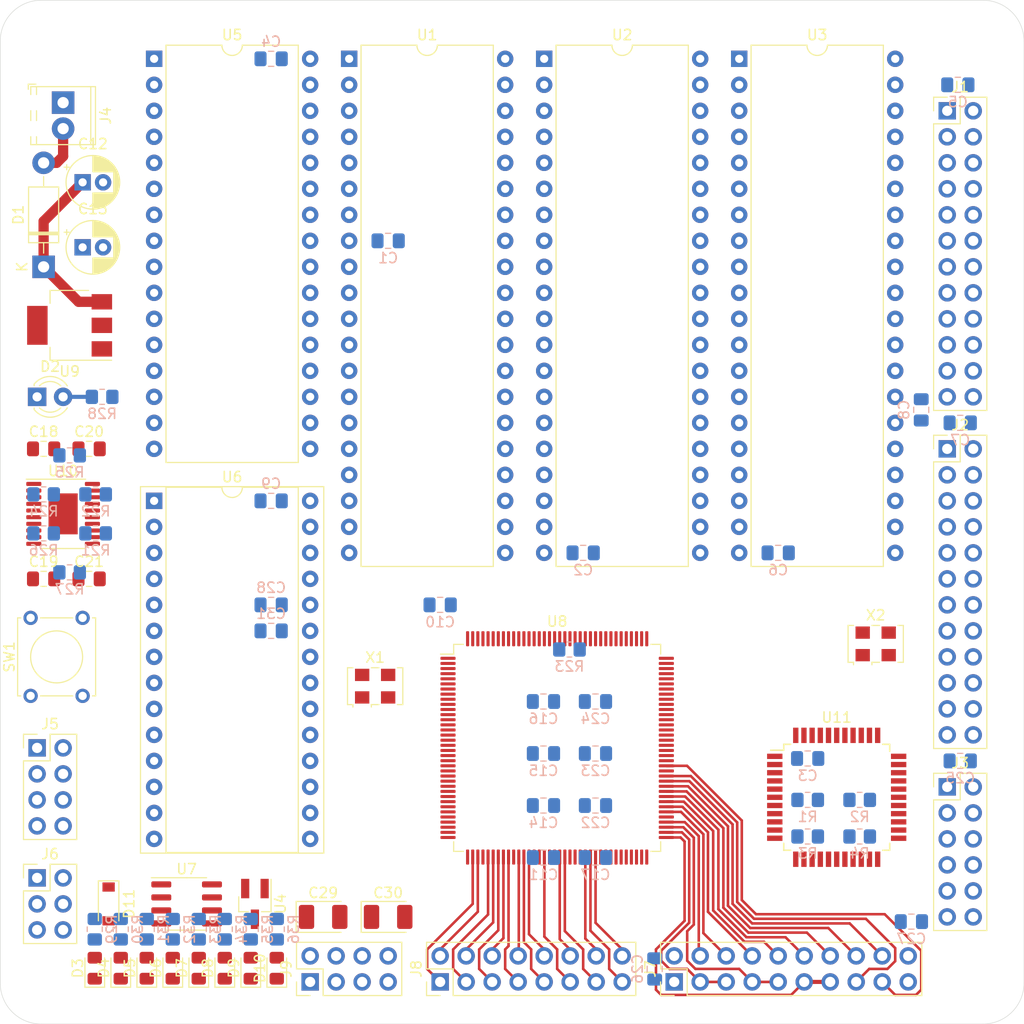
<source format=kicad_pcb>
(kicad_pcb (version 20171130) (host pcbnew "(5.1.10-1-10_14)")
  (layers (0 F.Cu signal) (1 In1.Cu signal) (2 In2.Cu signal) (31 B.Cu signal) (34 B.Paste user hide) (35 F.Paste user hide) (36 B.SilkS user hide) (37 F.SilkS user hide) (38 B.Mask user hide) (39 F.Mask user hide) (44 Edge.Cuts user))
  (net 0 "")
  (net 1 /RESET)
  (net 2 +3V3)
  (net 3 GND)
  (net 4 +1V2)
  (net 5 +2V5)
  (net 6 /UART_~CS)
  (net 7 /FLASH_~CS)
  (net 8 /FLASH_SCK)
  (net 9 /FLASH_MOSI)
  (net 10 /FLASH_MISO)
  (net 11 /~RESET)
  (net 12 /~SETOV)
  (net 13 /BUSEN)
  (net 14 /R~W)
  (net 15 /SYNC)
  (net 16 /~NMIRQ)
  (net 17 /~MLOCK)
  (net 18 /~IRQ)
  (net 19 /~VECPULL)
  (net 20 /UART_~IRQ)
  (net 21 /A11)
  (net 22 /A10)
  (net 23 /A9)
  (net 24 /A8)
  (net 25 /A7)
  (net 26 /A6)
  (net 27 /A5)
  (net 28 /D0)
  (net 29 /A4)
  (net 30 /D1)
  (net 31 /A3)
  (net 32 /D2)
  (net 33 /A2)
  (net 34 /D3)
  (net 35 /A1)
  (net 36 /D4)
  (net 37 /A0)
  (net 38 /D5)
  (net 39 /D6)
  (net 40 /D7)
  (net 41 /A15)
  (net 42 /A14)
  (net 43 /A13)
  (net 44 /A12)
  (net 45 /CLOCK)
  (net 46 /CLOCKSRC)
  (net 47 /UART_IM)
  (net 48 /UART_RXA~IRQ)
  (net 49 /UART_RXB~IRQ)
  (net 50 /UART_TXA~IRQ)
  (net 51 /UART_TXB~IRQ)
  (net 52 /UART_~RDN)
  (net 53 /UART_~WRN)
  (net 54 /UARTB_CTS)
  (net 55 /UARTA_RX)
  (net 56 /UARTA_TX)
  (net 57 /UARTA_RTS)
  (net 58 /UARTB_RTS)
  (net 59 /UARTB_TX)
  (net 60 /UARTB_RX)
  (net 61 /UARTA_CTS)
  (net 62 +5V)
  (net 63 "Net-(C18-Pad2)")
  (net 64 "Net-(C19-Pad2)")
  (net 65 "Net-(D1-Pad2)")
  (net 66 "Net-(D2-Pad2)")
  (net 67 "Net-(R21-Pad1)")
  (net 68 "Net-(R22-Pad1)")
  (net 69 "Net-(R24-Pad1)")
  (net 70 "Net-(R26-Pad1)")
  (net 71 /READY)
  (net 72 "Net-(D3-Pad2)")
  (net 73 "Net-(D4-Pad2)")
  (net 74 "Net-(D5-Pad2)")
  (net 75 "Net-(D6-Pad2)")
  (net 76 "Net-(D7-Pad2)")
  (net 77 "Net-(D8-Pad2)")
  (net 78 "Net-(D9-Pad2)")
  (net 79 "Net-(D10-Pad2)")
  (net 80 /BLINKEN0)
  (net 81 /BLINKEN1)
  (net 82 /BLINKEN2)
  (net 83 /BLINKEN3)
  (net 84 /BLINKEN4)
  (net 85 /BLINKEN5)
  (net 86 /BLINKEN6)
  (net 87 /BLINKEN7)
  (net 88 /A17)
  (net 89 /A16)
  (net 90 /A18)
  (net 91 "Net-(C10-Pad1)")
  (net 92 /GPIO1BC2)
  (net 93 /GPIO1AC2)
  (net 94 /GPIO1BC1)
  (net 95 /GPIO1AC1)
  (net 96 /GPIO1B7)
  (net 97 /GPIO1A7)
  (net 98 /GPIO1B6)
  (net 99 /GPIO1A6)
  (net 100 /GPIO1B5)
  (net 101 /GPIO1A5)
  (net 102 /GPIO1B4)
  (net 103 /GPIO1A4)
  (net 104 /GPIO1B3)
  (net 105 /GPIO1A3)
  (net 106 /GPIO1B2)
  (net 107 /GPIO1A2)
  (net 108 /GPIO1B1)
  (net 109 /GPIO1A1)
  (net 110 /GPIO1B0)
  (net 111 /GPIO1A0)
  (net 112 /GPIO2BC2)
  (net 113 /GPIO2AC2)
  (net 114 /GPIO2BC1)
  (net 115 /GPIO2AC1)
  (net 116 /GPIO2B7)
  (net 117 /GPIO2A7)
  (net 118 /GPIO2B6)
  (net 119 /GPIO2A6)
  (net 120 /GPIO2B5)
  (net 121 /GPIO2A5)
  (net 122 /GPIO2B4)
  (net 123 /GPIO2A4)
  (net 124 /GPIO2B3)
  (net 125 /GPIO2A3)
  (net 126 /GPIO2B2)
  (net 127 /GPIO2A2)
  (net 128 /GPIO2B1)
  (net 129 /GPIO2A1)
  (net 130 /GPIO2B0)
  (net 131 /GPIO2A0)
  (net 132 /VIA2_~CS)
  (net 133 /VIA2_~IRQ)
  (net 134 /VIA1_~CS)
  (net 135 /VIA1_~IRQ)
  (net 136 "Net-(U11-Pad30)")
  (net 137 /SPI_CS7)
  (net 138 /SPI_EXP1)
  (net 139 /SPI_CS6)
  (net 140 /SPI_EXP0)
  (net 141 /SPI_CS5)
  (net 142 /SPI_CLOCK)
  (net 143 /SPI_CS4)
  (net 144 /SPI_CS3)
  (net 145 /SPI_MOSI)
  (net 146 /SPI_CS2)
  (net 147 /SPI_CS1)
  (net 148 /SPI_MISO)
  (net 149 /SPI_CS0)
  (net 150 /EXT_9)
  (net 151 /EXT_8)
  (net 152 /EXT_7)
  (net 153 /EXT_6)
  (net 154 /EXT_15)
  (net 155 /EXT_5)
  (net 156 /EXT_14)
  (net 157 /EXT_4)
  (net 158 /EXT_13)
  (net 159 /EXT_3)
  (net 160 /EXT_12)
  (net 161 /EXT_2)
  (net 162 /EXT_11)
  (net 163 /EXT_1)
  (net 164 /EXT_10)
  (net 165 /EXT_0)
  (net 166 "Net-(C29-Pad1)")
  (net 167 "Net-(C30-Pad1)")
  (net 168 /RAM_~CS)
  (net 169 /SID_~CS)
  (net 170 /SID_X)
  (net 171 /SID_OUT)
  (net 172 /SID_IN)
  (net 173 /SID_Y)
  (net 174 "Net-(J3-Pad6)")
  (net 175 "Net-(J3-Pad5)")
  (net 176 "Net-(U1-Pad39)")
  (net 177 "Net-(U1-Pad35)")
  (net 178 "Net-(U1-Pad3)")
  (net 179 "Net-(U8-Pad12)")
  (net 180 "Net-(U8-Pad16)")
  (net 181 "Net-(U8-Pad17)")
  (net 182 "Net-(U8-Pad18)")
  (net 183 "Net-(U8-Pad21)")
  (net 184 "Net-(U8-Pad35)")
  (net 185 "Net-(U8-Pad36)")
  (net 186 "Net-(U8-Pad37)")
  (net 187 "Net-(U8-Pad50)")
  (net 188 "Net-(U8-Pad51)")
  (net 189 "Net-(U8-Pad58)")
  (net 190 "Net-(U8-Pad63)")
  (net 191 "Net-(U8-Pad64)")
  (net 192 "Net-(U8-Pad65)")
  (net 193 "Net-(U8-Pad77)")
  (net 194 "Net-(U8-Pad88)")
  (net 195 "Net-(U8-Pad101)")
  (net 196 "Net-(U8-Pad102)")
  (net 197 "Net-(U8-Pad109)")
  (net 198 "Net-(U8-Pad133)")
  (net 199 "Net-(U11-Pad41)")
  (net 200 "Net-(U11-Pad37)")
  (net 201 "Net-(U11-Pad36)")
  (net 202 "Net-(U11-Pad35)")
  (net 203 "Net-(U11-Pad34)")
  (net 204 "Net-(U11-Pad31)")
  (net 205 "Net-(U11-Pad26)")
  (net 206 "Net-(U11-Pad23)")
  (net 207 "Net-(U11-Pad8)")
  (net 208 "Net-(X1-Pad1)")
  (net 209 "Net-(X2-Pad1)")
  (module Connector_PinHeader_2.54mm:PinHeader_2x08_P2.54mm_Vertical (layer F.Cu) (at 140.97 135.89 90)
    (fp_text reference J8 (at 1.27 -2.33 90) (layer F.SilkS))
    (fp_text value FPGA_EXT)
    (pad 1 thru_hole rect (at 0 0 90) (size 1.7 1.7) (drill 1) (layers *.Cu *.Mask) (net 165 /EXT_0))
    (pad 2 thru_hole oval (at 2.54 0 90) (size 1.7 1.7) (drill 1) (layers *.Cu *.Mask) (net 163 /EXT_1))
    (pad 3 thru_hole oval (at 0 2.54 90) (size 1.7 1.7) (drill 1) (layers *.Cu *.Mask) (net 161 /EXT_2))
    (pad 4 thru_hole oval (at 2.54 2.54 90) (size 1.7 1.7) (drill 1) (layers *.Cu *.Mask) (net 159 /EXT_3))
    (pad 5 thru_hole oval (at 0 5.08 90) (size 1.7 1.7) (drill 1) (layers *.Cu *.Mask) (net 157 /EXT_4))
    (pad 6 thru_hole oval (at 2.54 5.08 90) (size 1.7 1.7) (drill 1) (layers *.Cu *.Mask) (net 155 /EXT_5))
    (pad 7 thru_hole oval (at 0 7.62 90) (size 1.7 1.7) (drill 1) (layers *.Cu *.Mask) (net 153 /EXT_6))
    (pad 8 thru_hole oval (at 2.54 7.62 90) (size 1.7 1.7) (drill 1) (layers *.Cu *.Mask) (net 152 /EXT_7))
    (pad 9 thru_hole oval (at 0 10.16 90) (size 1.7 1.7) (drill 1) (layers *.Cu *.Mask) (net 151 /EXT_8))
    (pad 10 thru_hole oval (at 2.54 10.16 90) (size 1.7 1.7) (drill 1) (layers *.Cu *.Mask) (net 150 /EXT_9))
    (pad 11 thru_hole oval (at 0 12.7 90) (size 1.7 1.7) (drill 1) (layers *.Cu *.Mask) (net 164 /EXT_10))
    (pad 12 thru_hole oval (at 2.54 12.7 90) (size 1.7 1.7) (drill 1) (layers *.Cu *.Mask) (net 162 /EXT_11))
    (pad 13 thru_hole oval (at 0 15.24 90) (size 1.7 1.7) (drill 1) (layers *.Cu *.Mask) (net 160 /EXT_12))
    (pad 14 thru_hole oval (at 2.54 15.24 90) (size 1.7 1.7) (drill 1) (layers *.Cu *.Mask) (net 158 /EXT_13))
    (pad 15 thru_hole oval (at 0 17.78 90) (size 1.7 1.7) (drill 1) (layers *.Cu *.Mask) (net 156 /EXT_14))
    (pad 16 thru_hole oval (at 2.54 17.78 90) (size 1.7 1.7) (drill 1) (layers *.Cu *.Mask) (net 154 /EXT_15))
  )
  (module Connector_PinHeader_2.54mm:PinHeader_2x04_P2.54mm_Vertical (layer F.Cu) (at 128.27 135.89 90)
    (fp_text reference J9 (at 1.27 -2.33 90) (layer F.SilkS))
    (fp_text value SID)
    (pad 8 thru_hole oval (at 2.54 7.62 90) (size 1.7 1.7) (drill 1) (layers *.Cu *.Mask) (net 62 +5V))
    (pad 7 thru_hole oval (at 0 7.62 90) (size 1.7 1.7) (drill 1) (layers *.Cu *.Mask) (net 3 GND))
    (pad 6 thru_hole oval (at 2.54 5.08 90) (size 1.7 1.7) (drill 1) (layers *.Cu *.Mask) (net 173 /SID_Y))
    (pad 5 thru_hole oval (at 0 5.08 90) (size 1.7 1.7) (drill 1) (layers *.Cu *.Mask) (net 172 /SID_IN))
    (pad 4 thru_hole oval (at 2.54 2.54 90) (size 1.7 1.7) (drill 1) (layers *.Cu *.Mask) (net 171 /SID_OUT))
    (pad 3 thru_hole oval (at 0 2.54 90) (size 1.7 1.7) (drill 1) (layers *.Cu *.Mask) (net 170 /SID_X))
    (pad 2 thru_hole oval (at 2.54 0 90) (size 1.7 1.7) (drill 1) (layers *.Cu *.Mask) (net 3 GND))
    (pad 1 thru_hole rect (at 0 0 90) (size 1.7 1.7) (drill 1) (layers *.Cu *.Mask) (net 62 +5V))
  )
  (module Capacitor_Tantalum_SMD:CP_EIA-3528-15_AVX-H_Pad1.50x2.35mm_HandSolder (layer F.Cu) (at 135.89 129.54)
    (fp_text reference C30 (at 0 -2.35) (layer F.SilkS))
    (fp_text value 10uF)
    (pad 2 smd roundrect (at 1.625 0) (size 1.5 2.35) (layers F.Cu F.Paste F.Mask) (roundrect_rratio 0.166667) (net 172 /SID_IN))
    (pad 1 smd roundrect (at -1.625 0) (size 1.5 2.35) (layers F.Cu F.Paste F.Mask) (roundrect_rratio 0.166667) (net 167 "Net-(C30-Pad1)"))
  )
  (module Capacitor_Tantalum_SMD:CP_EIA-3528-15_AVX-H_Pad1.50x2.35mm_HandSolder (layer F.Cu) (at 129.54 129.54)
    (fp_text reference C29 (at 0 -2.35) (layer F.SilkS))
    (fp_text value 10uF)
    (pad 2 smd roundrect (at 1.625 0) (size 1.5 2.35) (layers F.Cu F.Paste F.Mask) (roundrect_rratio 0.166667) (net 171 /SID_OUT))
    (pad 1 smd roundrect (at -1.625 0) (size 1.5 2.35) (layers F.Cu F.Paste F.Mask) (roundrect_rratio 0.166667) (net 166 "Net-(C29-Pad1)"))
  )
  (module Package_DIP:DIP-28_W15.24mm_Socket (layer F.Cu) (at 113.03 88.9)
    (fp_text reference U6 (at 7.62 -2.33) (layer F.SilkS))
    (fp_text value ARMSID)
    (pad 1 thru_hole rect (at 0 0) (size 1.6 1.6) (drill 0.8) (layers *.Cu *.Mask))
    (pad 15 thru_hole oval (at 15.24 33.02) (size 1.6 1.6) (drill 0.8) (layers *.Cu *.Mask) (net 28 /D0))
    (pad 2 thru_hole oval (at 0 2.54) (size 1.6 1.6) (drill 0.8) (layers *.Cu *.Mask))
    (pad 16 thru_hole oval (at 15.24 30.48) (size 1.6 1.6) (drill 0.8) (layers *.Cu *.Mask) (net 30 /D1))
    (pad 3 thru_hole oval (at 0 5.08) (size 1.6 1.6) (drill 0.8) (layers *.Cu *.Mask))
    (pad 17 thru_hole oval (at 15.24 27.94) (size 1.6 1.6) (drill 0.8) (layers *.Cu *.Mask) (net 32 /D2))
    (pad 4 thru_hole oval (at 0 7.62) (size 1.6 1.6) (drill 0.8) (layers *.Cu *.Mask))
    (pad 18 thru_hole oval (at 15.24 25.4) (size 1.6 1.6) (drill 0.8) (layers *.Cu *.Mask) (net 34 /D3))
    (pad 5 thru_hole oval (at 0 10.16) (size 1.6 1.6) (drill 0.8) (layers *.Cu *.Mask) (net 11 /~RESET))
    (pad 19 thru_hole oval (at 15.24 22.86) (size 1.6 1.6) (drill 0.8) (layers *.Cu *.Mask) (net 36 /D4))
    (pad 6 thru_hole oval (at 0 12.7) (size 1.6 1.6) (drill 0.8) (layers *.Cu *.Mask) (net 45 /CLOCK))
    (pad 20 thru_hole oval (at 15.24 20.32) (size 1.6 1.6) (drill 0.8) (layers *.Cu *.Mask) (net 38 /D5))
    (pad 7 thru_hole oval (at 0 15.24) (size 1.6 1.6) (drill 0.8) (layers *.Cu *.Mask) (net 14 /R~W))
    (pad 21 thru_hole oval (at 15.24 17.78) (size 1.6 1.6) (drill 0.8) (layers *.Cu *.Mask) (net 39 /D6))
    (pad 8 thru_hole oval (at 0 17.78) (size 1.6 1.6) (drill 0.8) (layers *.Cu *.Mask) (net 169 /SID_~CS))
    (pad 22 thru_hole oval (at 15.24 15.24) (size 1.6 1.6) (drill 0.8) (layers *.Cu *.Mask) (net 40 /D7))
    (pad 9 thru_hole oval (at 0 20.32) (size 1.6 1.6) (drill 0.8) (layers *.Cu *.Mask) (net 37 /A0))
    (pad 23 thru_hole oval (at 15.24 12.7) (size 1.6 1.6) (drill 0.8) (layers *.Cu *.Mask) (net 173 /SID_Y))
    (pad 10 thru_hole oval (at 0 22.86) (size 1.6 1.6) (drill 0.8) (layers *.Cu *.Mask) (net 35 /A1))
    (pad 24 thru_hole oval (at 15.24 10.16) (size 1.6 1.6) (drill 0.8) (layers *.Cu *.Mask) (net 170 /SID_X))
    (pad 11 thru_hole oval (at 0 25.4) (size 1.6 1.6) (drill 0.8) (layers *.Cu *.Mask) (net 33 /A2))
    (pad 25 thru_hole oval (at 15.24 7.62) (size 1.6 1.6) (drill 0.8) (layers *.Cu *.Mask) (net 62 +5V))
    (pad 12 thru_hole oval (at 0 27.94) (size 1.6 1.6) (drill 0.8) (layers *.Cu *.Mask) (net 31 /A3))
    (pad 26 thru_hole oval (at 15.24 5.08) (size 1.6 1.6) (drill 0.8) (layers *.Cu *.Mask) (net 167 "Net-(C30-Pad1)"))
    (pad 13 thru_hole oval (at 0 30.48) (size 1.6 1.6) (drill 0.8) (layers *.Cu *.Mask) (net 29 /A4))
    (pad 27 thru_hole oval (at 15.24 2.54) (size 1.6 1.6) (drill 0.8) (layers *.Cu *.Mask) (net 166 "Net-(C29-Pad1)"))
    (pad 14 thru_hole oval (at 0 33.02) (size 1.6 1.6) (drill 0.8) (layers *.Cu *.Mask) (net 3 GND))
    (pad 28 thru_hole oval (at 15.24 0) (size 1.6 1.6) (drill 0.8) (layers *.Cu *.Mask) (net 62 +5V))
  )
  (module Capacitor_SMD:C_0805_2012Metric_Pad1.18x1.45mm_HandSolder (layer B.Cu) (at 124.46 101.6 180)
    (fp_text reference C31 (at 0 1.68) (layer B.SilkS) (effects (justify mirror)))
    (fp_text value ?)
    (pad 2 smd roundrect (at 1.0375 0 180) (size 1.175 1.45) (layers B.Cu B.Paste B.Mask) (roundrect_rratio 0.212766) (net 3 GND))
    (pad 1 smd roundrect (at -1.0375 0 180) (size 1.175 1.45) (layers B.Cu B.Paste B.Mask) (roundrect_rratio 0.212766) (net 173 /SID_Y))
  )
  (module Capacitor_SMD:C_0805_2012Metric_Pad1.18x1.45mm_HandSolder (layer B.Cu) (at 124.46 99.06 180)
    (fp_text reference C28 (at 0 1.68) (layer B.SilkS) (effects (justify mirror)))
    (fp_text value ?)
    (pad 2 smd roundrect (at 1.0375 0 180) (size 1.175 1.45) (layers B.Cu B.Paste B.Mask) (roundrect_rratio 0.212766) (net 3 GND))
    (pad 1 smd roundrect (at -1.0375 0 180) (size 1.175 1.45) (layers B.Cu B.Paste B.Mask) (roundrect_rratio 0.212766) (net 170 /SID_X))
  )
  (module Capacitor_SMD:C_0805_2012Metric_Pad1.18x1.45mm_HandSolder (layer B.Cu) (at 124.46 88.9 180)
    (fp_text reference C9 (at 0 1.68) (layer B.SilkS) (effects (justify mirror)))
    (fp_text value 0.1μF)
    (pad 2 smd roundrect (at 1.0375 0 180) (size 1.175 1.45) (layers B.Cu B.Paste B.Mask) (roundrect_rratio 0.212766) (net 3 GND))
    (pad 1 smd roundrect (at -1.0375 0 180) (size 1.175 1.45) (layers B.Cu B.Paste B.Mask) (roundrect_rratio 0.212766) (net 62 +5V))
  )
  (module Connector_PinHeader_2.54mm:PinHeader_2x10_P2.54mm_Vertical (layer F.Cu) (at 163.83 135.89 90)
    (fp_text reference J7 (at 1.27 -2.33 90) (layer F.SilkS))
    (fp_text value SPI)
    (pad 20 thru_hole oval (at 2.54 22.86 90) (size 1.7 1.7) (drill 1) (layers *.Cu *.Mask) (net 2 +3V3))
    (pad 19 thru_hole oval (at 0 22.86 90) (size 1.7 1.7) (drill 1) (layers *.Cu *.Mask) (net 3 GND))
    (pad 18 thru_hole oval (at 2.54 20.32 90) (size 1.7 1.7) (drill 1) (layers *.Cu *.Mask) (net 137 /SPI_CS7))
    (pad 17 thru_hole oval (at 0 20.32 90) (size 1.7 1.7) (drill 1) (layers *.Cu *.Mask) (net 138 /SPI_EXP1))
    (pad 16 thru_hole oval (at 2.54 17.78 90) (size 1.7 1.7) (drill 1) (layers *.Cu *.Mask) (net 139 /SPI_CS6))
    (pad 15 thru_hole oval (at 0 17.78 90) (size 1.7 1.7) (drill 1) (layers *.Cu *.Mask) (net 140 /SPI_EXP0))
    (pad 14 thru_hole oval (at 2.54 15.24 90) (size 1.7 1.7) (drill 1) (layers *.Cu *.Mask) (net 141 /SPI_CS5))
    (pad 13 thru_hole oval (at 0 15.24 90) (size 1.7 1.7) (drill 1) (layers *.Cu *.Mask) (net 142 /SPI_CLOCK))
    (pad 12 thru_hole oval (at 2.54 12.7 90) (size 1.7 1.7) (drill 1) (layers *.Cu *.Mask) (net 143 /SPI_CS4))
    (pad 11 thru_hole oval (at 0 12.7 90) (size 1.7 1.7) (drill 1) (layers *.Cu *.Mask) (net 142 /SPI_CLOCK))
    (pad 10 thru_hole oval (at 2.54 10.16 90) (size 1.7 1.7) (drill 1) (layers *.Cu *.Mask) (net 144 /SPI_CS3))
    (pad 9 thru_hole oval (at 0 10.16 90) (size 1.7 1.7) (drill 1) (layers *.Cu *.Mask) (net 145 /SPI_MOSI))
    (pad 8 thru_hole oval (at 2.54 7.62 90) (size 1.7 1.7) (drill 1) (layers *.Cu *.Mask) (net 146 /SPI_CS2))
    (pad 7 thru_hole oval (at 0 7.62 90) (size 1.7 1.7) (drill 1) (layers *.Cu *.Mask) (net 145 /SPI_MOSI))
    (pad 6 thru_hole oval (at 2.54 5.08 90) (size 1.7 1.7) (drill 1) (layers *.Cu *.Mask) (net 147 /SPI_CS1))
    (pad 5 thru_hole oval (at 0 5.08 90) (size 1.7 1.7) (drill 1) (layers *.Cu *.Mask) (net 148 /SPI_MISO))
    (pad 4 thru_hole oval (at 2.54 2.54 90) (size 1.7 1.7) (drill 1) (layers *.Cu *.Mask) (net 149 /SPI_CS0))
    (pad 3 thru_hole oval (at 0 2.54 90) (size 1.7 1.7) (drill 1) (layers *.Cu *.Mask) (net 148 /SPI_MISO))
    (pad 2 thru_hole oval (at 2.54 0 90) (size 1.7 1.7) (drill 1) (layers *.Cu *.Mask) (net 3 GND))
    (pad 1 thru_hole rect (at 0 0 90) (size 1.7 1.7) (drill 1) (layers *.Cu *.Mask) (net 2 +3V3))
  )
  (module Connector_PinHeader_2.54mm:PinHeader_2x04_P2.54mm_Vertical (layer F.Cu) (at 101.6 113.03)
    (fp_text reference J5 (at 1.27 -2.33) (layer F.SilkS))
    (fp_text value Conn_02x04_Odd_Even)
    (pad 1 thru_hole rect (at 0 0) (size 1.7 1.7) (drill 1) (layers *.Cu *.Mask) (net 3 GND))
    (pad 2 thru_hole oval (at 2.54 0) (size 1.7 1.7) (drill 1) (layers *.Cu *.Mask) (net 62 +5V))
    (pad 3 thru_hole oval (at 0 2.54) (size 1.7 1.7) (drill 1) (layers *.Cu *.Mask) (net 3 GND))
    (pad 4 thru_hole oval (at 2.54 2.54) (size 1.7 1.7) (drill 1) (layers *.Cu *.Mask) (net 2 +3V3))
    (pad 5 thru_hole oval (at 0 5.08) (size 1.7 1.7) (drill 1) (layers *.Cu *.Mask) (net 3 GND))
    (pad 6 thru_hole oval (at 2.54 5.08) (size 1.7 1.7) (drill 1) (layers *.Cu *.Mask) (net 5 +2V5))
    (pad 7 thru_hole oval (at 0 7.62) (size 1.7 1.7) (drill 1) (layers *.Cu *.Mask) (net 3 GND))
    (pad 8 thru_hole oval (at 2.54 7.62) (size 1.7 1.7) (drill 1) (layers *.Cu *.Mask) (net 4 +1V2))
  )
  (module Connector_PinHeader_2.54mm:PinHeader_2x12_P2.54mm_Vertical (layer F.Cu) (at 190.5 83.82)
    (fp_text reference J2 (at 1.27 -2.33) (layer F.SilkS))
    (fp_text value GPIO2)
    (pad 24 thru_hole oval (at 2.54 27.94) (size 1.7 1.7) (drill 1) (layers *.Cu *.Mask) (net 2 +3V3))
    (pad 23 thru_hole oval (at 0 27.94) (size 1.7 1.7) (drill 1) (layers *.Cu *.Mask) (net 3 GND))
    (pad 22 thru_hole oval (at 2.54 25.4) (size 1.7 1.7) (drill 1) (layers *.Cu *.Mask) (net 112 /GPIO2BC2))
    (pad 21 thru_hole oval (at 0 25.4) (size 1.7 1.7) (drill 1) (layers *.Cu *.Mask) (net 113 /GPIO2AC2))
    (pad 20 thru_hole oval (at 2.54 22.86) (size 1.7 1.7) (drill 1) (layers *.Cu *.Mask) (net 114 /GPIO2BC1))
    (pad 19 thru_hole oval (at 0 22.86) (size 1.7 1.7) (drill 1) (layers *.Cu *.Mask) (net 115 /GPIO2AC1))
    (pad 18 thru_hole oval (at 2.54 20.32) (size 1.7 1.7) (drill 1) (layers *.Cu *.Mask) (net 116 /GPIO2B7))
    (pad 17 thru_hole oval (at 0 20.32) (size 1.7 1.7) (drill 1) (layers *.Cu *.Mask) (net 117 /GPIO2A7))
    (pad 16 thru_hole oval (at 2.54 17.78) (size 1.7 1.7) (drill 1) (layers *.Cu *.Mask) (net 118 /GPIO2B6))
    (pad 15 thru_hole oval (at 0 17.78) (size 1.7 1.7) (drill 1) (layers *.Cu *.Mask) (net 119 /GPIO2A6))
    (pad 14 thru_hole oval (at 2.54 15.24) (size 1.7 1.7) (drill 1) (layers *.Cu *.Mask) (net 120 /GPIO2B5))
    (pad 13 thru_hole oval (at 0 15.24) (size 1.7 1.7) (drill 1) (layers *.Cu *.Mask) (net 121 /GPIO2A5))
    (pad 12 thru_hole oval (at 2.54 12.7) (size 1.7 1.7) (drill 1) (layers *.Cu *.Mask) (net 122 /GPIO2B4))
    (pad 11 thru_hole oval (at 0 12.7) (size 1.7 1.7) (drill 1) (layers *.Cu *.Mask) (net 123 /GPIO2A4))
    (pad 10 thru_hole oval (at 2.54 10.16) (size 1.7 1.7) (drill 1) (layers *.Cu *.Mask) (net 124 /GPIO2B3))
    (pad 9 thru_hole oval (at 0 10.16) (size 1.7 1.7) (drill 1) (layers *.Cu *.Mask) (net 125 /GPIO2A3))
    (pad 8 thru_hole oval (at 2.54 7.62) (size 1.7 1.7) (drill 1) (layers *.Cu *.Mask) (net 126 /GPIO2B2))
    (pad 7 thru_hole oval (at 0 7.62) (size 1.7 1.7) (drill 1) (layers *.Cu *.Mask) (net 127 /GPIO2A2))
    (pad 6 thru_hole oval (at 2.54 5.08) (size 1.7 1.7) (drill 1) (layers *.Cu *.Mask) (net 128 /GPIO2B1))
    (pad 5 thru_hole oval (at 0 5.08) (size 1.7 1.7) (drill 1) (layers *.Cu *.Mask) (net 129 /GPIO2A1))
    (pad 4 thru_hole oval (at 2.54 2.54) (size 1.7 1.7) (drill 1) (layers *.Cu *.Mask) (net 130 /GPIO2B0))
    (pad 3 thru_hole oval (at 0 2.54) (size 1.7 1.7) (drill 1) (layers *.Cu *.Mask) (net 131 /GPIO2A0))
    (pad 2 thru_hole oval (at 2.54 0) (size 1.7 1.7) (drill 1) (layers *.Cu *.Mask) (net 3 GND))
    (pad 1 thru_hole rect (at 0 0) (size 1.7 1.7) (drill 1) (layers *.Cu *.Mask) (net 2 +3V3))
  )
  (module Connector_PinHeader_2.54mm:PinHeader_2x12_P2.54mm_Vertical (layer F.Cu) (at 190.5 50.8)
    (fp_text reference J1 (at 1.27 -2.33) (layer F.SilkS))
    (fp_text value GPIO1)
    (pad 24 thru_hole oval (at 2.54 27.94) (size 1.7 1.7) (drill 1) (layers *.Cu *.Mask) (net 2 +3V3))
    (pad 23 thru_hole oval (at 0 27.94) (size 1.7 1.7) (drill 1) (layers *.Cu *.Mask) (net 3 GND))
    (pad 22 thru_hole oval (at 2.54 25.4) (size 1.7 1.7) (drill 1) (layers *.Cu *.Mask) (net 92 /GPIO1BC2))
    (pad 21 thru_hole oval (at 0 25.4) (size 1.7 1.7) (drill 1) (layers *.Cu *.Mask) (net 93 /GPIO1AC2))
    (pad 20 thru_hole oval (at 2.54 22.86) (size 1.7 1.7) (drill 1) (layers *.Cu *.Mask) (net 94 /GPIO1BC1))
    (pad 19 thru_hole oval (at 0 22.86) (size 1.7 1.7) (drill 1) (layers *.Cu *.Mask) (net 95 /GPIO1AC1))
    (pad 18 thru_hole oval (at 2.54 20.32) (size 1.7 1.7) (drill 1) (layers *.Cu *.Mask) (net 96 /GPIO1B7))
    (pad 17 thru_hole oval (at 0 20.32) (size 1.7 1.7) (drill 1) (layers *.Cu *.Mask) (net 97 /GPIO1A7))
    (pad 16 thru_hole oval (at 2.54 17.78) (size 1.7 1.7) (drill 1) (layers *.Cu *.Mask) (net 98 /GPIO1B6))
    (pad 15 thru_hole oval (at 0 17.78) (size 1.7 1.7) (drill 1) (layers *.Cu *.Mask) (net 99 /GPIO1A6))
    (pad 14 thru_hole oval (at 2.54 15.24) (size 1.7 1.7) (drill 1) (layers *.Cu *.Mask) (net 100 /GPIO1B5))
    (pad 13 thru_hole oval (at 0 15.24) (size 1.7 1.7) (drill 1) (layers *.Cu *.Mask) (net 101 /GPIO1A5))
    (pad 12 thru_hole oval (at 2.54 12.7) (size 1.7 1.7) (drill 1) (layers *.Cu *.Mask) (net 102 /GPIO1B4))
    (pad 11 thru_hole oval (at 0 12.7) (size 1.7 1.7) (drill 1) (layers *.Cu *.Mask) (net 103 /GPIO1A4))
    (pad 10 thru_hole oval (at 2.54 10.16) (size 1.7 1.7) (drill 1) (layers *.Cu *.Mask) (net 104 /GPIO1B3))
    (pad 9 thru_hole oval (at 0 10.16) (size 1.7 1.7) (drill 1) (layers *.Cu *.Mask) (net 105 /GPIO1A3))
    (pad 8 thru_hole oval (at 2.54 7.62) (size 1.7 1.7) (drill 1) (layers *.Cu *.Mask) (net 106 /GPIO1B2))
    (pad 7 thru_hole oval (at 0 7.62) (size 1.7 1.7) (drill 1) (layers *.Cu *.Mask) (net 107 /GPIO1A2))
    (pad 6 thru_hole oval (at 2.54 5.08) (size 1.7 1.7) (drill 1) (layers *.Cu *.Mask) (net 108 /GPIO1B1))
    (pad 5 thru_hole oval (at 0 5.08) (size 1.7 1.7) (drill 1) (layers *.Cu *.Mask) (net 109 /GPIO1A1))
    (pad 4 thru_hole oval (at 2.54 2.54) (size 1.7 1.7) (drill 1) (layers *.Cu *.Mask) (net 110 /GPIO1B0))
    (pad 3 thru_hole oval (at 0 2.54) (size 1.7 1.7) (drill 1) (layers *.Cu *.Mask) (net 111 /GPIO1A0))
    (pad 2 thru_hole oval (at 2.54 0) (size 1.7 1.7) (drill 1) (layers *.Cu *.Mask) (net 3 GND))
    (pad 1 thru_hole rect (at 0 0) (size 1.7 1.7) (drill 1) (layers *.Cu *.Mask) (net 2 +3V3))
  )
  (module Capacitor_SMD:C_0805_2012Metric_Pad1.18x1.45mm_HandSolder (layer B.Cu) (at 187 130)
    (fp_text reference C27 (at 0 1.68) (layer B.SilkS) (effects (justify mirror)))
    (fp_text value 0.1μF)
    (pad 2 smd roundrect (at 1.0375 0) (size 1.175 1.45) (layers B.Cu B.Paste B.Mask) (roundrect_rratio 0.212766) (net 3 GND))
    (pad 1 smd roundrect (at -1.0375 0) (size 1.175 1.45) (layers B.Cu B.Paste B.Mask) (roundrect_rratio 0.212766) (net 2 +3V3))
  )
  (module Capacitor_SMD:C_0805_2012Metric_Pad1.18x1.45mm_HandSolder (layer B.Cu) (at 161.925 134.62 270)
    (fp_text reference C26 (at 0 1.68 90) (layer B.SilkS) (effects (justify mirror)))
    (fp_text value 0.1μF)
    (pad 2 smd roundrect (at 1.0375 0 270) (size 1.175 1.45) (layers B.Cu B.Paste B.Mask) (roundrect_rratio 0.212766) (net 2 +3V3))
    (pad 1 smd roundrect (at -1.0375 0 270) (size 1.175 1.45) (layers B.Cu B.Paste B.Mask) (roundrect_rratio 0.212766) (net 3 GND))
  )
  (module Package_DIP:DIP-40_W15.24mm (layer F.Cu) (at 170.18 45.72)
    (fp_text reference U3 (at 7.62 -2.33) (layer F.SilkS))
    (fp_text value W65C22SxP)
    (pad 40 thru_hole oval (at 15.24 0) (size 1.6 1.6) (drill 0.8) (layers *.Cu *.Mask) (net 115 /GPIO2AC1))
    (pad 20 thru_hole oval (at 0 48.26) (size 1.6 1.6) (drill 0.8) (layers *.Cu *.Mask) (net 2 +3V3))
    (pad 39 thru_hole oval (at 15.24 2.54) (size 1.6 1.6) (drill 0.8) (layers *.Cu *.Mask) (net 113 /GPIO2AC2))
    (pad 19 thru_hole oval (at 0 45.72) (size 1.6 1.6) (drill 0.8) (layers *.Cu *.Mask) (net 112 /GPIO2BC2))
    (pad 38 thru_hole oval (at 15.24 5.08) (size 1.6 1.6) (drill 0.8) (layers *.Cu *.Mask) (net 37 /A0))
    (pad 18 thru_hole oval (at 0 43.18) (size 1.6 1.6) (drill 0.8) (layers *.Cu *.Mask) (net 114 /GPIO2BC1))
    (pad 37 thru_hole oval (at 15.24 7.62) (size 1.6 1.6) (drill 0.8) (layers *.Cu *.Mask) (net 35 /A1))
    (pad 17 thru_hole oval (at 0 40.64) (size 1.6 1.6) (drill 0.8) (layers *.Cu *.Mask) (net 116 /GPIO2B7))
    (pad 36 thru_hole oval (at 15.24 10.16) (size 1.6 1.6) (drill 0.8) (layers *.Cu *.Mask) (net 33 /A2))
    (pad 16 thru_hole oval (at 0 38.1) (size 1.6 1.6) (drill 0.8) (layers *.Cu *.Mask) (net 118 /GPIO2B6))
    (pad 35 thru_hole oval (at 15.24 12.7) (size 1.6 1.6) (drill 0.8) (layers *.Cu *.Mask) (net 31 /A3))
    (pad 15 thru_hole oval (at 0 35.56) (size 1.6 1.6) (drill 0.8) (layers *.Cu *.Mask) (net 120 /GPIO2B5))
    (pad 34 thru_hole oval (at 15.24 15.24) (size 1.6 1.6) (drill 0.8) (layers *.Cu *.Mask) (net 11 /~RESET))
    (pad 14 thru_hole oval (at 0 33.02) (size 1.6 1.6) (drill 0.8) (layers *.Cu *.Mask) (net 122 /GPIO2B4))
    (pad 33 thru_hole oval (at 15.24 17.78) (size 1.6 1.6) (drill 0.8) (layers *.Cu *.Mask) (net 28 /D0))
    (pad 13 thru_hole oval (at 0 30.48) (size 1.6 1.6) (drill 0.8) (layers *.Cu *.Mask) (net 124 /GPIO2B3))
    (pad 32 thru_hole oval (at 15.24 20.32) (size 1.6 1.6) (drill 0.8) (layers *.Cu *.Mask) (net 30 /D1))
    (pad 12 thru_hole oval (at 0 27.94) (size 1.6 1.6) (drill 0.8) (layers *.Cu *.Mask) (net 126 /GPIO2B2))
    (pad 31 thru_hole oval (at 15.24 22.86) (size 1.6 1.6) (drill 0.8) (layers *.Cu *.Mask) (net 32 /D2))
    (pad 11 thru_hole oval (at 0 25.4) (size 1.6 1.6) (drill 0.8) (layers *.Cu *.Mask) (net 128 /GPIO2B1))
    (pad 30 thru_hole oval (at 15.24 25.4) (size 1.6 1.6) (drill 0.8) (layers *.Cu *.Mask) (net 34 /D3))
    (pad 10 thru_hole oval (at 0 22.86) (size 1.6 1.6) (drill 0.8) (layers *.Cu *.Mask) (net 130 /GPIO2B0))
    (pad 29 thru_hole oval (at 15.24 27.94) (size 1.6 1.6) (drill 0.8) (layers *.Cu *.Mask) (net 36 /D4))
    (pad 9 thru_hole oval (at 0 20.32) (size 1.6 1.6) (drill 0.8) (layers *.Cu *.Mask) (net 117 /GPIO2A7))
    (pad 28 thru_hole oval (at 15.24 30.48) (size 1.6 1.6) (drill 0.8) (layers *.Cu *.Mask) (net 38 /D5))
    (pad 8 thru_hole oval (at 0 17.78) (size 1.6 1.6) (drill 0.8) (layers *.Cu *.Mask) (net 119 /GPIO2A6))
    (pad 27 thru_hole oval (at 15.24 33.02) (size 1.6 1.6) (drill 0.8) (layers *.Cu *.Mask) (net 39 /D6))
    (pad 7 thru_hole oval (at 0 15.24) (size 1.6 1.6) (drill 0.8) (layers *.Cu *.Mask) (net 121 /GPIO2A5))
    (pad 26 thru_hole oval (at 15.24 35.56) (size 1.6 1.6) (drill 0.8) (layers *.Cu *.Mask) (net 40 /D7))
    (pad 6 thru_hole oval (at 0 12.7) (size 1.6 1.6) (drill 0.8) (layers *.Cu *.Mask) (net 123 /GPIO2A4))
    (pad 25 thru_hole oval (at 15.24 38.1) (size 1.6 1.6) (drill 0.8) (layers *.Cu *.Mask) (net 45 /CLOCK))
    (pad 5 thru_hole oval (at 0 10.16) (size 1.6 1.6) (drill 0.8) (layers *.Cu *.Mask) (net 125 /GPIO2A3))
    (pad 24 thru_hole oval (at 15.24 40.64) (size 1.6 1.6) (drill 0.8) (layers *.Cu *.Mask) (net 2 +3V3))
    (pad 4 thru_hole oval (at 0 7.62) (size 1.6 1.6) (drill 0.8) (layers *.Cu *.Mask) (net 127 /GPIO2A2))
    (pad 23 thru_hole oval (at 15.24 43.18) (size 1.6 1.6) (drill 0.8) (layers *.Cu *.Mask) (net 132 /VIA2_~CS))
    (pad 3 thru_hole oval (at 0 5.08) (size 1.6 1.6) (drill 0.8) (layers *.Cu *.Mask) (net 129 /GPIO2A1))
    (pad 22 thru_hole oval (at 15.24 45.72) (size 1.6 1.6) (drill 0.8) (layers *.Cu *.Mask) (net 14 /R~W))
    (pad 2 thru_hole oval (at 0 2.54) (size 1.6 1.6) (drill 0.8) (layers *.Cu *.Mask) (net 131 /GPIO2A0))
    (pad 21 thru_hole oval (at 15.24 48.26) (size 1.6 1.6) (drill 0.8) (layers *.Cu *.Mask) (net 133 /VIA2_~IRQ))
    (pad 1 thru_hole rect (at 0 0) (size 1.6 1.6) (drill 0.8) (layers *.Cu *.Mask) (net 3 GND))
  )
  (module Package_DIP:DIP-40_W15.24mm (layer F.Cu) (at 151.13 45.72)
    (fp_text reference U2 (at 7.62 -2.33) (layer F.SilkS))
    (fp_text value W65C22SxP)
    (pad 40 thru_hole oval (at 15.24 0) (size 1.6 1.6) (drill 0.8) (layers *.Cu *.Mask) (net 95 /GPIO1AC1))
    (pad 20 thru_hole oval (at 0 48.26) (size 1.6 1.6) (drill 0.8) (layers *.Cu *.Mask) (net 2 +3V3))
    (pad 39 thru_hole oval (at 15.24 2.54) (size 1.6 1.6) (drill 0.8) (layers *.Cu *.Mask) (net 93 /GPIO1AC2))
    (pad 19 thru_hole oval (at 0 45.72) (size 1.6 1.6) (drill 0.8) (layers *.Cu *.Mask) (net 92 /GPIO1BC2))
    (pad 38 thru_hole oval (at 15.24 5.08) (size 1.6 1.6) (drill 0.8) (layers *.Cu *.Mask) (net 37 /A0))
    (pad 18 thru_hole oval (at 0 43.18) (size 1.6 1.6) (drill 0.8) (layers *.Cu *.Mask) (net 94 /GPIO1BC1))
    (pad 37 thru_hole oval (at 15.24 7.62) (size 1.6 1.6) (drill 0.8) (layers *.Cu *.Mask) (net 35 /A1))
    (pad 17 thru_hole oval (at 0 40.64) (size 1.6 1.6) (drill 0.8) (layers *.Cu *.Mask) (net 96 /GPIO1B7))
    (pad 36 thru_hole oval (at 15.24 10.16) (size 1.6 1.6) (drill 0.8) (layers *.Cu *.Mask) (net 33 /A2))
    (pad 16 thru_hole oval (at 0 38.1) (size 1.6 1.6) (drill 0.8) (layers *.Cu *.Mask) (net 98 /GPIO1B6))
    (pad 35 thru_hole oval (at 15.24 12.7) (size 1.6 1.6) (drill 0.8) (layers *.Cu *.Mask) (net 31 /A3))
    (pad 15 thru_hole oval (at 0 35.56) (size 1.6 1.6) (drill 0.8) (layers *.Cu *.Mask) (net 100 /GPIO1B5))
    (pad 34 thru_hole oval (at 15.24 15.24) (size 1.6 1.6) (drill 0.8) (layers *.Cu *.Mask) (net 11 /~RESET))
    (pad 14 thru_hole oval (at 0 33.02) (size 1.6 1.6) (drill 0.8) (layers *.Cu *.Mask) (net 102 /GPIO1B4))
    (pad 33 thru_hole oval (at 15.24 17.78) (size 1.6 1.6) (drill 0.8) (layers *.Cu *.Mask) (net 28 /D0))
    (pad 13 thru_hole oval (at 0 30.48) (size 1.6 1.6) (drill 0.8) (layers *.Cu *.Mask) (net 104 /GPIO1B3))
    (pad 32 thru_hole oval (at 15.24 20.32) (size 1.6 1.6) (drill 0.8) (layers *.Cu *.Mask) (net 30 /D1))
    (pad 12 thru_hole oval (at 0 27.94) (size 1.6 1.6) (drill 0.8) (layers *.Cu *.Mask) (net 106 /GPIO1B2))
    (pad 31 thru_hole oval (at 15.24 22.86) (size 1.6 1.6) (drill 0.8) (layers *.Cu *.Mask) (net 32 /D2))
    (pad 11 thru_hole oval (at 0 25.4) (size 1.6 1.6) (drill 0.8) (layers *.Cu *.Mask) (net 108 /GPIO1B1))
    (pad 30 thru_hole oval (at 15.24 25.4) (size 1.6 1.6) (drill 0.8) (layers *.Cu *.Mask) (net 34 /D3))
    (pad 10 thru_hole oval (at 0 22.86) (size 1.6 1.6) (drill 0.8) (layers *.Cu *.Mask) (net 110 /GPIO1B0))
    (pad 29 thru_hole oval (at 15.24 27.94) (size 1.6 1.6) (drill 0.8) (layers *.Cu *.Mask) (net 36 /D4))
    (pad 9 thru_hole oval (at 0 20.32) (size 1.6 1.6) (drill 0.8) (layers *.Cu *.Mask) (net 97 /GPIO1A7))
    (pad 28 thru_hole oval (at 15.24 30.48) (size 1.6 1.6) (drill 0.8) (layers *.Cu *.Mask) (net 38 /D5))
    (pad 8 thru_hole oval (at 0 17.78) (size 1.6 1.6) (drill 0.8) (layers *.Cu *.Mask) (net 99 /GPIO1A6))
    (pad 27 thru_hole oval (at 15.24 33.02) (size 1.6 1.6) (drill 0.8) (layers *.Cu *.Mask) (net 39 /D6))
    (pad 7 thru_hole oval (at 0 15.24) (size 1.6 1.6) (drill 0.8) (layers *.Cu *.Mask) (net 101 /GPIO1A5))
    (pad 26 thru_hole oval (at 15.24 35.56) (size 1.6 1.6) (drill 0.8) (layers *.Cu *.Mask) (net 40 /D7))
    (pad 6 thru_hole oval (at 0 12.7) (size 1.6 1.6) (drill 0.8) (layers *.Cu *.Mask) (net 103 /GPIO1A4))
    (pad 25 thru_hole oval (at 15.24 38.1) (size 1.6 1.6) (drill 0.8) (layers *.Cu *.Mask) (net 45 /CLOCK))
    (pad 5 thru_hole oval (at 0 10.16) (size 1.6 1.6) (drill 0.8) (layers *.Cu *.Mask) (net 105 /GPIO1A3))
    (pad 24 thru_hole oval (at 15.24 40.64) (size 1.6 1.6) (drill 0.8) (layers *.Cu *.Mask) (net 2 +3V3))
    (pad 4 thru_hole oval (at 0 7.62) (size 1.6 1.6) (drill 0.8) (layers *.Cu *.Mask) (net 107 /GPIO1A2))
    (pad 23 thru_hole oval (at 15.24 43.18) (size 1.6 1.6) (drill 0.8) (layers *.Cu *.Mask) (net 134 /VIA1_~CS))
    (pad 3 thru_hole oval (at 0 5.08) (size 1.6 1.6) (drill 0.8) (layers *.Cu *.Mask) (net 109 /GPIO1A1))
    (pad 22 thru_hole oval (at 15.24 45.72) (size 1.6 1.6) (drill 0.8) (layers *.Cu *.Mask) (net 14 /R~W))
    (pad 2 thru_hole oval (at 0 2.54) (size 1.6 1.6) (drill 0.8) (layers *.Cu *.Mask) (net 111 /GPIO1A0))
    (pad 21 thru_hole oval (at 15.24 48.26) (size 1.6 1.6) (drill 0.8) (layers *.Cu *.Mask) (net 135 /VIA1_~IRQ))
    (pad 1 thru_hole rect (at 0 0) (size 1.6 1.6) (drill 0.8) (layers *.Cu *.Mask) (net 3 GND))
  )
  (module Capacitor_SMD:C_0805_2012Metric_Pad1.18x1.45mm_HandSolder (layer B.Cu) (at 191.77 114.3)
    (fp_text reference C25 (at 0 1.68) (layer B.SilkS) (effects (justify mirror)))
    (fp_text value 0.1μF)
    (pad 2 smd roundrect (at 1.0375 0) (size 1.175 1.45) (layers B.Cu B.Paste B.Mask) (roundrect_rratio 0.212766) (net 3 GND))
    (pad 1 smd roundrect (at -1.0375 0) (size 1.175 1.45) (layers B.Cu B.Paste B.Mask) (roundrect_rratio 0.212766) (net 2 +3V3))
  )
  (module Capacitor_SMD:C_0805_2012Metric_Pad1.18x1.45mm_HandSolder (layer B.Cu) (at 191.77 81.28)
    (fp_text reference C7 (at 0 1.68) (layer B.SilkS) (effects (justify mirror)))
    (fp_text value 0.1μF)
    (pad 2 smd roundrect (at 1.0375 0) (size 1.175 1.45) (layers B.Cu B.Paste B.Mask) (roundrect_rratio 0.212766) (net 2 +3V3))
    (pad 1 smd roundrect (at -1.0375 0) (size 1.175 1.45) (layers B.Cu B.Paste B.Mask) (roundrect_rratio 0.212766) (net 3 GND))
  )
  (module Capacitor_SMD:C_0805_2012Metric_Pad1.18x1.45mm_HandSolder (layer B.Cu) (at 173.99 93.98)
    (fp_text reference C6 (at 0 1.68) (layer B.SilkS) (effects (justify mirror)))
    (fp_text value 0.1μF)
    (pad 2 smd roundrect (at 1.0375 0) (size 1.175 1.45) (layers B.Cu B.Paste B.Mask) (roundrect_rratio 0.212766) (net 3 GND))
    (pad 1 smd roundrect (at -1.0375 0) (size 1.175 1.45) (layers B.Cu B.Paste B.Mask) (roundrect_rratio 0.212766) (net 2 +3V3))
  )
  (module Package_TO_SOT_SMD:SOT-223 (layer F.Cu) (at 104.775 71.755 180)
    (fp_text reference U9 (at 0 -4.5) (layer F.SilkS))
    (fp_text value TLV1117-33)
    (pad 4 smd rect (at 3.15 0 180) (size 2 3.8) (layers F.Cu F.Paste F.Mask))
    (pad 2 smd rect (at -3.15 0 180) (size 2 1.5) (layers F.Cu F.Paste F.Mask) (net 2 +3V3))
    (pad 3 smd rect (at -3.15 2.3 180) (size 2 1.5) (layers F.Cu F.Paste F.Mask) (net 62 +5V))
    (pad 1 smd rect (at -3.15 -2.3 180) (size 2 1.5) (layers F.Cu F.Paste F.Mask) (net 3 GND))
  )
  (module MountingHole:MountingHole_3.2mm_M3 (layer F.Cu) (at 102 136)
    (fp_text reference REF** hide)
    (fp_text value MountingHole_3.2mm_M3)
    (pad 1 np_thru_hole circle (at 0 0) (size 3.2 3.2) (drill 3.2) (layers *.Cu *.Mask))
  )
  (module MountingHole:MountingHole_3.2mm_M3 (layer F.Cu) (at 102 44)
    (fp_text reference REF** hide)
    (fp_text value MountingHole_3.2mm_M3)
    (pad 1 np_thru_hole circle (at 0 0) (size 3.2 3.2) (drill 3.2) (layers *.Cu *.Mask))
  )
  (module MountingHole:MountingHole_3.2mm_M3 (layer F.Cu) (at 194 136)
    (fp_text reference REF** hide)
    (fp_text value MountingHole_3.2mm_M3)
    (pad 1 np_thru_hole circle (at 0 0) (size 3.2 3.2) (drill 3.2) (layers *.Cu *.Mask))
  )
  (module MountingHole:MountingHole_3.2mm_M3 (layer F.Cu) (at 194 44)
    (fp_text reference REF** hide)
    (fp_text value MountingHole_3.2mm_M3)
    (pad 1 np_thru_hole circle (at 0 0) (size 3.2 3.2) (drill 3.2) (layers *.Cu *.Mask))
  )
  (module Oscillator:Oscillator_SMD_EuroQuartz_XO53-4Pin_5.0x3.2mm (layer F.Cu) (at 134.62 107)
    (fp_text reference X1 (at 0 -2.8) (layer F.SilkS))
    (fp_text value "8 MHz")
    (pad 4 smd rect (at -1.27 -1.1) (size 1.4 1.2) (layers F.Cu F.Paste F.Mask) (net 2 +3V3))
    (pad 3 smd rect (at 1.27 -1.1) (size 1.4 1.2) (layers F.Cu F.Paste F.Mask) (net 46 /CLOCKSRC))
    (pad 2 smd rect (at 1.27 1.1) (size 1.4 1.2) (layers F.Cu F.Paste F.Mask) (net 3 GND))
    (pad 1 smd rect (at -1.27 1.1) (size 1.4 1.2) (layers F.Cu F.Paste F.Mask) (net 208 "Net-(X1-Pad1)"))
  )
  (module Oscillator:Oscillator_SMD_EuroQuartz_XO53-4Pin_5.0x3.2mm (layer F.Cu) (at 183.515 102.87)
    (fp_text reference X2 (at 0 -2.8) (layer F.SilkS))
    (fp_text value "3.6864 MHz")
    (pad 4 smd rect (at -1.27 -1.1) (size 1.4 1.2) (layers F.Cu F.Paste F.Mask) (net 2 +3V3))
    (pad 3 smd rect (at 1.27 -1.1) (size 1.4 1.2) (layers F.Cu F.Paste F.Mask) (net 136 "Net-(U11-Pad30)"))
    (pad 2 smd rect (at 1.27 1.1) (size 1.4 1.2) (layers F.Cu F.Paste F.Mask) (net 3 GND))
    (pad 1 smd rect (at -1.27 1.1) (size 1.4 1.2) (layers F.Cu F.Paste F.Mask) (net 209 "Net-(X2-Pad1)"))
  )
  (module Connector_PinHeader_2.54mm:PinHeader_2x03_P2.54mm_Vertical (layer F.Cu) (at 101.6 125.73)
    (fp_text reference J6 (at 1.27 -2.33) (layer F.SilkS))
    (fp_text value ICSP)
    (pad 1 thru_hole rect (at 0 0) (size 1.7 1.7) (drill 1) (layers *.Cu *.Mask) (net 10 /FLASH_MISO))
    (pad 2 thru_hole oval (at 2.54 0) (size 1.7 1.7) (drill 1) (layers *.Cu *.Mask) (net 91 "Net-(C10-Pad1)"))
    (pad 3 thru_hole oval (at 0 2.54) (size 1.7 1.7) (drill 1) (layers *.Cu *.Mask) (net 8 /FLASH_SCK))
    (pad 4 thru_hole oval (at 2.54 2.54) (size 1.7 1.7) (drill 1) (layers *.Cu *.Mask) (net 9 /FLASH_MOSI))
    (pad 5 thru_hole oval (at 0 5.08) (size 1.7 1.7) (drill 1) (layers *.Cu *.Mask) (net 7 /FLASH_~CS))
    (pad 6 thru_hole oval (at 2.54 5.08) (size 1.7 1.7) (drill 1) (layers *.Cu *.Mask) (net 3 GND))
  )
  (module Diode_SMD:D_SOD-123 (layer F.Cu) (at 108.585 128.27 270)
    (fp_text reference D11 (at 0 -2 90) (layer F.SilkS))
    (fp_text value 1N4148W)
    (pad 2 smd rect (at 1.65 0 270) (size 0.9 1.2) (layers F.Cu F.Paste F.Mask) (net 2 +3V3))
    (pad 1 smd rect (at -1.65 0 270) (size 0.9 1.2) (layers F.Cu F.Paste F.Mask) (net 91 "Net-(C10-Pad1)"))
  )
  (module Package_SO:HTSSOP-20-1EP_4.4x6.5mm_P0.65mm_EP2.85x4mm (layer F.Cu) (at 104.14 90.17)
    (fp_text reference U10 (at 0 -4.2) (layer F.SilkS))
    (fp_text value LT3030)
    (pad 1 smd roundrect (at -2.8625 -2.925) (size 1.475 0.4) (layers F.Cu F.Paste F.Mask) (net 69 "Net-(R24-Pad1)"))
    (pad 2 smd roundrect (at -2.8625 -2.275) (size 1.475 0.4) (layers F.Cu F.Paste F.Mask) (net 63 "Net-(C18-Pad2)"))
    (pad 3 smd roundrect (at -2.8625 -1.625) (size 1.475 0.4) (layers F.Cu F.Paste F.Mask) (net 5 +2V5))
    (pad 4 smd roundrect (at -2.8625 -0.975) (size 1.475 0.4) (layers F.Cu F.Paste F.Mask) (net 5 +2V5))
    (pad 5 smd roundrect (at -2.8625 -0.325) (size 1.475 0.4) (layers F.Cu F.Paste F.Mask) (net 3 GND))
    (pad 6 smd roundrect (at -2.8625 0.325) (size 1.475 0.4) (layers F.Cu F.Paste F.Mask) (net 3 GND))
    (pad 7 smd roundrect (at -2.8625 0.975) (size 1.475 0.4) (layers F.Cu F.Paste F.Mask) (net 4 +1V2))
    (pad 8 smd roundrect (at -2.8625 1.625) (size 1.475 0.4) (layers F.Cu F.Paste F.Mask) (net 4 +1V2))
    (pad 9 smd roundrect (at -2.8625 2.275) (size 1.475 0.4) (layers F.Cu F.Paste F.Mask) (net 64 "Net-(C19-Pad2)"))
    (pad 10 smd roundrect (at -2.8625 2.925) (size 1.475 0.4) (layers F.Cu F.Paste F.Mask) (net 70 "Net-(R26-Pad1)"))
    (pad 11 smd roundrect (at 2.8625 2.925) (size 1.475 0.4) (layers F.Cu F.Paste F.Mask) (net 2 +3V3))
    (pad 12 smd roundrect (at 2.8625 2.275) (size 1.475 0.4) (layers F.Cu F.Paste F.Mask) (net 67 "Net-(R21-Pad1)"))
    (pad 13 smd roundrect (at 2.8625 1.625) (size 1.475 0.4) (layers F.Cu F.Paste F.Mask) (net 2 +3V3))
    (pad 14 smd roundrect (at 2.8625 0.975) (size 1.475 0.4) (layers F.Cu F.Paste F.Mask) (net 2 +3V3))
    (pad 15 smd roundrect (at 2.8625 0.325) (size 1.475 0.4) (layers F.Cu F.Paste F.Mask) (net 3 GND))
    (pad 16 smd roundrect (at 2.8625 -0.325) (size 1.475 0.4) (layers F.Cu F.Paste F.Mask) (net 3 GND))
    (pad 17 smd roundrect (at 2.8625 -0.975) (size 1.475 0.4) (layers F.Cu F.Paste F.Mask) (net 2 +3V3))
    (pad 18 smd roundrect (at 2.8625 -1.625) (size 1.475 0.4) (layers F.Cu F.Paste F.Mask) (net 2 +3V3))
    (pad 19 smd roundrect (at 2.8625 -2.275) (size 1.475 0.4) (layers F.Cu F.Paste F.Mask) (net 68 "Net-(R22-Pad1)"))
    (pad 20 smd roundrect (at 2.8625 -2.925) (size 1.475 0.4) (layers F.Cu F.Paste F.Mask) (net 2 +3V3))
    (pad 21 smd rect (at 0 0) (size 2.85 4) (layers F.Cu F.Mask) (net 3 GND))
  )
  (module Package_QFP:TQFP-144_20x20mm_P0.5mm (layer F.Cu) (at 152.4 113.03)
    (fp_text reference U8 (at 0 -12.35) (layer F.SilkS))
    (fp_text value ICE40HX4K-TQ144)
    (pad 1 smd roundrect (at -10.6625 -8.75) (size 1.475 0.3) (layers F.Cu F.Paste F.Mask) (net 14 /R~W))
    (pad 2 smd roundrect (at -10.6625 -8.25) (size 1.475 0.3) (layers F.Cu F.Paste F.Mask) (net 13 /BUSEN))
    (pad 3 smd roundrect (at -10.6625 -7.75) (size 1.475 0.3) (layers F.Cu F.Paste F.Mask) (net 12 /~SETOV))
    (pad 4 smd roundrect (at -10.6625 -7.25) (size 1.475 0.3) (layers F.Cu F.Paste F.Mask) (net 19 /~VECPULL))
    (pad 5 smd roundrect (at -10.6625 -6.75) (size 1.475 0.3) (layers F.Cu F.Paste F.Mask) (net 3 GND))
    (pad 6 smd roundrect (at -10.6625 -6.25) (size 1.475 0.3) (layers F.Cu F.Paste F.Mask) (net 2 +3V3))
    (pad 7 smd roundrect (at -10.6625 -5.75) (size 1.475 0.3) (layers F.Cu F.Paste F.Mask) (net 71 /READY))
    (pad 8 smd roundrect (at -10.6625 -5.25) (size 1.475 0.3) (layers F.Cu F.Paste F.Mask) (net 18 /~IRQ))
    (pad 9 smd roundrect (at -10.6625 -4.75) (size 1.475 0.3) (layers F.Cu F.Paste F.Mask) (net 17 /~MLOCK))
    (pad 10 smd roundrect (at -10.6625 -4.25) (size 1.475 0.3) (layers F.Cu F.Paste F.Mask) (net 16 /~NMIRQ))
    (pad 11 smd roundrect (at -10.6625 -3.75) (size 1.475 0.3) (layers F.Cu F.Paste F.Mask) (net 15 /SYNC))
    (pad 12 smd roundrect (at -10.6625 -3.25) (size 1.475 0.3) (layers F.Cu F.Paste F.Mask) (net 179 "Net-(U8-Pad12)"))
    (pad 13 smd roundrect (at -10.6625 -2.75) (size 1.475 0.3) (layers F.Cu F.Paste F.Mask) (net 3 GND))
    (pad 14 smd roundrect (at -10.6625 -2.25) (size 1.475 0.3) (layers F.Cu F.Paste F.Mask) (net 3 GND))
    (pad 15 smd roundrect (at -10.6625 -1.75) (size 1.475 0.3) (layers F.Cu F.Paste F.Mask) (net 168 /RAM_~CS))
    (pad 16 smd roundrect (at -10.6625 -1.25) (size 1.475 0.3) (layers F.Cu F.Paste F.Mask) (net 180 "Net-(U8-Pad16)"))
    (pad 17 smd roundrect (at -10.6625 -0.75) (size 1.475 0.3) (layers F.Cu F.Paste F.Mask) (net 181 "Net-(U8-Pad17)"))
    (pad 18 smd roundrect (at -10.6625 -0.25) (size 1.475 0.3) (layers F.Cu F.Paste F.Mask) (net 182 "Net-(U8-Pad18)"))
    (pad 19 smd roundrect (at -10.6625 0.25) (size 1.475 0.3) (layers F.Cu F.Paste F.Mask) (net 45 /CLOCK))
    (pad 20 smd roundrect (at -10.6625 0.75) (size 1.475 0.3) (layers F.Cu F.Paste F.Mask) (net 46 /CLOCKSRC))
    (pad 21 smd roundrect (at -10.6625 1.25) (size 1.475 0.3) (layers F.Cu F.Paste F.Mask) (net 183 "Net-(U8-Pad21)"))
    (pad 22 smd roundrect (at -10.6625 1.75) (size 1.475 0.3) (layers F.Cu F.Paste F.Mask) (net 1 /RESET))
    (pad 23 smd roundrect (at -10.6625 2.25) (size 1.475 0.3) (layers F.Cu F.Paste F.Mask) (net 11 /~RESET))
    (pad 24 smd roundrect (at -10.6625 2.75) (size 1.475 0.3) (layers F.Cu F.Paste F.Mask) (net 169 /SID_~CS))
    (pad 25 smd roundrect (at -10.6625 3.25) (size 1.475 0.3) (layers F.Cu F.Paste F.Mask) (net 80 /BLINKEN0))
    (pad 26 smd roundrect (at -10.6625 3.75) (size 1.475 0.3) (layers F.Cu F.Paste F.Mask) (net 81 /BLINKEN1))
    (pad 27 smd roundrect (at -10.6625 4.25) (size 1.475 0.3) (layers F.Cu F.Paste F.Mask) (net 4 +1V2))
    (pad 28 smd roundrect (at -10.6625 4.75) (size 1.475 0.3) (layers F.Cu F.Paste F.Mask) (net 82 /BLINKEN2))
    (pad 29 smd roundrect (at -10.6625 5.25) (size 1.475 0.3) (layers F.Cu F.Paste F.Mask) (net 83 /BLINKEN3))
    (pad 30 smd roundrect (at -10.6625 5.75) (size 1.475 0.3) (layers F.Cu F.Paste F.Mask) (net 2 +3V3))
    (pad 31 smd roundrect (at -10.6625 6.25) (size 1.475 0.3) (layers F.Cu F.Paste F.Mask) (net 84 /BLINKEN4))
    (pad 32 smd roundrect (at -10.6625 6.75) (size 1.475 0.3) (layers F.Cu F.Paste F.Mask) (net 85 /BLINKEN5))
    (pad 33 smd roundrect (at -10.6625 7.25) (size 1.475 0.3) (layers F.Cu F.Paste F.Mask) (net 86 /BLINKEN6))
    (pad 34 smd roundrect (at -10.6625 7.75) (size 1.475 0.3) (layers F.Cu F.Paste F.Mask) (net 87 /BLINKEN7))
    (pad 35 smd roundrect (at -10.6625 8.25) (size 1.475 0.3) (layers F.Cu F.Paste F.Mask) (net 184 "Net-(U8-Pad35)"))
    (pad 36 smd roundrect (at -10.6625 8.75) (size 1.475 0.3) (layers F.Cu F.Paste F.Mask) (net 185 "Net-(U8-Pad36)"))
    (pad 37 smd roundrect (at -8.75 10.6625) (size 0.3 1.475) (layers F.Cu F.Paste F.Mask) (net 186 "Net-(U8-Pad37)"))
    (pad 38 smd roundrect (at -8.25 10.6625) (size 0.3 1.475) (layers F.Cu F.Paste F.Mask) (net 165 /EXT_0))
    (pad 39 smd roundrect (at -7.75 10.6625) (size 0.3 1.475) (layers F.Cu F.Paste F.Mask) (net 163 /EXT_1))
    (pad 40 smd roundrect (at -7.25 10.6625) (size 0.3 1.475) (layers F.Cu F.Paste F.Mask) (net 4 +1V2))
    (pad 41 smd roundrect (at -6.75 10.6625) (size 0.3 1.475) (layers F.Cu F.Paste F.Mask) (net 161 /EXT_2))
    (pad 42 smd roundrect (at -6.25 10.6625) (size 0.3 1.475) (layers F.Cu F.Paste F.Mask) (net 159 /EXT_3))
    (pad 43 smd roundrect (at -5.75 10.6625) (size 0.3 1.475) (layers F.Cu F.Paste F.Mask) (net 157 /EXT_4))
    (pad 44 smd roundrect (at -5.25 10.6625) (size 0.3 1.475) (layers F.Cu F.Paste F.Mask) (net 155 /EXT_5))
    (pad 45 smd roundrect (at -4.75 10.6625) (size 0.3 1.475) (layers F.Cu F.Paste F.Mask) (net 153 /EXT_6))
    (pad 46 smd roundrect (at -4.25 10.6625) (size 0.3 1.475) (layers F.Cu F.Paste F.Mask) (net 2 +3V3))
    (pad 47 smd roundrect (at -3.75 10.6625) (size 0.3 1.475) (layers F.Cu F.Paste F.Mask) (net 152 /EXT_7))
    (pad 48 smd roundrect (at -3.25 10.6625) (size 0.3 1.475) (layers F.Cu F.Paste F.Mask) (net 151 /EXT_8))
    (pad 49 smd roundrect (at -2.75 10.6625) (size 0.3 1.475) (layers F.Cu F.Paste F.Mask) (net 150 /EXT_9))
    (pad 50 smd roundrect (at -2.25 10.6625) (size 0.3 1.475) (layers F.Cu F.Paste F.Mask) (net 187 "Net-(U8-Pad50)"))
    (pad 51 smd roundrect (at -1.75 10.6625) (size 0.3 1.475) (layers F.Cu F.Paste F.Mask) (net 188 "Net-(U8-Pad51)"))
    (pad 52 smd roundrect (at -1.25 10.6625) (size 0.3 1.475) (layers F.Cu F.Paste F.Mask) (net 164 /EXT_10))
    (pad 53 smd roundrect (at -0.75 10.6625) (size 0.3 1.475) (layers F.Cu F.Paste F.Mask) (net 3 GND))
    (pad 54 smd roundrect (at -0.25 10.6625) (size 0.3 1.475) (layers F.Cu F.Paste F.Mask) (net 4 +1V2))
    (pad 55 smd roundrect (at 0.25 10.6625) (size 0.3 1.475) (layers F.Cu F.Paste F.Mask) (net 162 /EXT_11))
    (pad 56 smd roundrect (at 0.75 10.6625) (size 0.3 1.475) (layers F.Cu F.Paste F.Mask) (net 160 /EXT_12))
    (pad 57 smd roundrect (at 1.25 10.6625) (size 0.3 1.475) (layers F.Cu F.Paste F.Mask) (net 2 +3V3))
    (pad 58 smd roundrect (at 1.75 10.6625) (size 0.3 1.475) (layers F.Cu F.Paste F.Mask) (net 189 "Net-(U8-Pad58)"))
    (pad 59 smd roundrect (at 2.25 10.6625) (size 0.3 1.475) (layers F.Cu F.Paste F.Mask) (net 3 GND))
    (pad 60 smd roundrect (at 2.75 10.6625) (size 0.3 1.475) (layers F.Cu F.Paste F.Mask) (net 158 /EXT_13))
    (pad 61 smd roundrect (at 3.25 10.6625) (size 0.3 1.475) (layers F.Cu F.Paste F.Mask) (net 156 /EXT_14))
    (pad 62 smd roundrect (at 3.75 10.6625) (size 0.3 1.475) (layers F.Cu F.Paste F.Mask) (net 154 /EXT_15))
    (pad 63 smd roundrect (at 4.25 10.6625) (size 0.3 1.475) (layers F.Cu F.Paste F.Mask) (net 190 "Net-(U8-Pad63)"))
    (pad 64 smd roundrect (at 4.75 10.6625) (size 0.3 1.475) (layers F.Cu F.Paste F.Mask) (net 191 "Net-(U8-Pad64)"))
    (pad 65 smd roundrect (at 5.25 10.6625) (size 0.3 1.475) (layers F.Cu F.Paste F.Mask) (net 192 "Net-(U8-Pad65)"))
    (pad 66 smd roundrect (at 5.75 10.6625) (size 0.3 1.475) (layers F.Cu F.Paste F.Mask) (net 11 /~RESET))
    (pad 67 smd roundrect (at 6.25 10.6625) (size 0.3 1.475) (layers F.Cu F.Paste F.Mask) (net 10 /FLASH_MISO))
    (pad 68 smd roundrect (at 6.75 10.6625) (size 0.3 1.475) (layers F.Cu F.Paste F.Mask) (net 9 /FLASH_MOSI))
    (pad 69 smd roundrect (at 7.25 10.6625) (size 0.3 1.475) (layers F.Cu F.Paste F.Mask) (net 3 GND))
    (pad 70 smd roundrect (at 7.75 10.6625) (size 0.3 1.475) (layers F.Cu F.Paste F.Mask) (net 8 /FLASH_SCK))
    (pad 71 smd roundrect (at 8.25 10.6625) (size 0.3 1.475) (layers F.Cu F.Paste F.Mask) (net 7 /FLASH_~CS))
    (pad 72 smd roundrect (at 8.75 10.6625) (size 0.3 1.475) (layers F.Cu F.Paste F.Mask) (net 2 +3V3))
    (pad 73 smd roundrect (at 10.6625 8.75) (size 1.475 0.3) (layers F.Cu F.Paste F.Mask) (net 142 /SPI_CLOCK))
    (pad 74 smd roundrect (at 10.6625 8.25) (size 1.475 0.3) (layers F.Cu F.Paste F.Mask) (net 148 /SPI_MISO))
    (pad 75 smd roundrect (at 10.6625 7.75) (size 1.475 0.3) (layers F.Cu F.Paste F.Mask) (net 145 /SPI_MOSI))
    (pad 76 smd roundrect (at 10.6625 7.25) (size 1.475 0.3) (layers F.Cu F.Paste F.Mask) (net 149 /SPI_CS0))
    (pad 77 smd roundrect (at 10.6625 6.75) (size 1.475 0.3) (layers F.Cu F.Paste F.Mask) (net 193 "Net-(U8-Pad77)"))
    (pad 78 smd roundrect (at 10.6625 6.25) (size 1.475 0.3) (layers F.Cu F.Paste F.Mask) (net 147 /SPI_CS1))
    (pad 79 smd roundrect (at 10.6625 5.75) (size 1.475 0.3) (layers F.Cu F.Paste F.Mask) (net 146 /SPI_CS2))
    (pad 80 smd roundrect (at 10.6625 5.25) (size 1.475 0.3) (layers F.Cu F.Paste F.Mask) (net 144 /SPI_CS3))
    (pad 81 smd roundrect (at 10.6625 4.75) (size 1.475 0.3) (layers F.Cu F.Paste F.Mask) (net 143 /SPI_CS4))
    (pad 82 smd roundrect (at 10.6625 4.25) (size 1.475 0.3) (layers F.Cu F.Paste F.Mask) (net 141 /SPI_CS5))
    (pad 83 smd roundrect (at 10.6625 3.75) (size 1.475 0.3) (layers F.Cu F.Paste F.Mask) (net 139 /SPI_CS6))
    (pad 84 smd roundrect (at 10.6625 3.25) (size 1.475 0.3) (layers F.Cu F.Paste F.Mask) (net 137 /SPI_CS7))
    (pad 85 smd roundrect (at 10.6625 2.75) (size 1.475 0.3) (layers F.Cu F.Paste F.Mask) (net 140 /SPI_EXP0))
    (pad 86 smd roundrect (at 10.6625 2.25) (size 1.475 0.3) (layers F.Cu F.Paste F.Mask) (net 3 GND))
    (pad 87 smd roundrect (at 10.6625 1.75) (size 1.475 0.3) (layers F.Cu F.Paste F.Mask) (net 138 /SPI_EXP1))
    (pad 88 smd roundrect (at 10.6625 1.25) (size 1.475 0.3) (layers F.Cu F.Paste F.Mask) (net 194 "Net-(U8-Pad88)"))
    (pad 89 smd roundrect (at 10.6625 0.75) (size 1.475 0.3) (layers F.Cu F.Paste F.Mask) (net 2 +3V3))
    (pad 90 smd roundrect (at 10.6625 0.25) (size 1.475 0.3) (layers F.Cu F.Paste F.Mask) (net 20 /UART_~IRQ))
    (pad 91 smd roundrect (at 10.6625 -0.25) (size 1.475 0.3) (layers F.Cu F.Paste F.Mask) (net 47 /UART_IM))
    (pad 92 smd roundrect (at 10.6625 -0.75) (size 1.475 0.3) (layers F.Cu F.Paste F.Mask) (net 4 +1V2))
    (pad 93 smd roundrect (at 10.6625 -1.25) (size 1.475 0.3) (layers F.Cu F.Paste F.Mask) (net 51 /UART_TXB~IRQ))
    (pad 94 smd roundrect (at 10.6625 -1.75) (size 1.475 0.3) (layers F.Cu F.Paste F.Mask) (net 49 /UART_RXB~IRQ))
    (pad 95 smd roundrect (at 10.6625 -2.25) (size 1.475 0.3) (layers F.Cu F.Paste F.Mask) (net 52 /UART_~RDN))
    (pad 96 smd roundrect (at 10.6625 -2.75) (size 1.475 0.3) (layers F.Cu F.Paste F.Mask) (net 53 /UART_~WRN))
    (pad 97 smd roundrect (at 10.6625 -3.25) (size 1.475 0.3) (layers F.Cu F.Paste F.Mask) (net 6 /UART_~CS))
    (pad 98 smd roundrect (at 10.6625 -3.75) (size 1.475 0.3) (layers F.Cu F.Paste F.Mask) (net 50 /UART_TXA~IRQ))
    (pad 99 smd roundrect (at 10.6625 -4.25) (size 1.475 0.3) (layers F.Cu F.Paste F.Mask) (net 48 /UART_RXA~IRQ))
    (pad 100 smd roundrect (at 10.6625 -4.75) (size 1.475 0.3) (layers F.Cu F.Paste F.Mask) (net 2 +3V3))
    (pad 101 smd roundrect (at 10.6625 -5.25) (size 1.475 0.3) (layers F.Cu F.Paste F.Mask) (net 195 "Net-(U8-Pad101)"))
    (pad 102 smd roundrect (at 10.6625 -5.75) (size 1.475 0.3) (layers F.Cu F.Paste F.Mask) (net 196 "Net-(U8-Pad102)"))
    (pad 103 smd roundrect (at 10.6625 -6.25) (size 1.475 0.3) (layers F.Cu F.Paste F.Mask) (net 3 GND))
    (pad 104 smd roundrect (at 10.6625 -6.75) (size 1.475 0.3) (layers F.Cu F.Paste F.Mask) (net 133 /VIA2_~IRQ))
    (pad 105 smd roundrect (at 10.6625 -7.25) (size 1.475 0.3) (layers F.Cu F.Paste F.Mask) (net 132 /VIA2_~CS))
    (pad 106 smd roundrect (at 10.6625 -7.75) (size 1.475 0.3) (layers F.Cu F.Paste F.Mask) (net 135 /VIA1_~IRQ))
    (pad 107 smd roundrect (at 10.6625 -8.25) (size 1.475 0.3) (layers F.Cu F.Paste F.Mask) (net 134 /VIA1_~CS))
    (pad 108 smd roundrect (at 10.6625 -8.75) (size 1.475 0.3) (layers F.Cu F.Paste F.Mask) (net 5 +2V5))
    (pad 109 smd roundrect (at 8.75 -10.6625) (size 0.3 1.475) (layers F.Cu F.Paste F.Mask) (net 197 "Net-(U8-Pad109)"))
    (pad 110 smd roundrect (at 8.25 -10.6625) (size 0.3 1.475) (layers F.Cu F.Paste F.Mask) (net 37 /A0))
    (pad 111 smd roundrect (at 7.75 -10.6625) (size 0.3 1.475) (layers F.Cu F.Paste F.Mask) (net 4 +1V2))
    (pad 112 smd roundrect (at 7.25 -10.6625) (size 0.3 1.475) (layers F.Cu F.Paste F.Mask) (net 35 /A1))
    (pad 113 smd roundrect (at 6.75 -10.6625) (size 0.3 1.475) (layers F.Cu F.Paste F.Mask) (net 33 /A2))
    (pad 114 smd roundrect (at 6.25 -10.6625) (size 0.3 1.475) (layers F.Cu F.Paste F.Mask) (net 31 /A3))
    (pad 115 smd roundrect (at 5.75 -10.6625) (size 0.3 1.475) (layers F.Cu F.Paste F.Mask) (net 29 /A4))
    (pad 116 smd roundrect (at 5.25 -10.6625) (size 0.3 1.475) (layers F.Cu F.Paste F.Mask) (net 27 /A5))
    (pad 117 smd roundrect (at 4.75 -10.6625) (size 0.3 1.475) (layers F.Cu F.Paste F.Mask) (net 26 /A6))
    (pad 118 smd roundrect (at 4.25 -10.6625) (size 0.3 1.475) (layers F.Cu F.Paste F.Mask) (net 25 /A7))
    (pad 119 smd roundrect (at 3.75 -10.6625) (size 0.3 1.475) (layers F.Cu F.Paste F.Mask) (net 24 /A8))
    (pad 120 smd roundrect (at 3.25 -10.6625) (size 0.3 1.475) (layers F.Cu F.Paste F.Mask) (net 23 /A9))
    (pad 121 smd roundrect (at 2.75 -10.6625) (size 0.3 1.475) (layers F.Cu F.Paste F.Mask) (net 22 /A10))
    (pad 122 smd roundrect (at 2.25 -10.6625) (size 0.3 1.475) (layers F.Cu F.Paste F.Mask) (net 21 /A11))
    (pad 123 smd roundrect (at 1.75 -10.6625) (size 0.3 1.475) (layers F.Cu F.Paste F.Mask) (net 2 +3V3))
    (pad 124 smd roundrect (at 1.25 -10.6625) (size 0.3 1.475) (layers F.Cu F.Paste F.Mask) (net 44 /A12))
    (pad 125 smd roundrect (at 0.75 -10.6625) (size 0.3 1.475) (layers F.Cu F.Paste F.Mask) (net 43 /A13))
    (pad 126 smd roundrect (at 0.25 -10.6625) (size 0.3 1.475) (layers F.Cu F.Paste F.Mask) (net 4 +1V2))
    (pad 127 smd roundrect (at -0.25 -10.6625) (size 0.3 1.475) (layers F.Cu F.Paste F.Mask) (net 3 GND))
    (pad 128 smd roundrect (at -0.75 -10.6625) (size 0.3 1.475) (layers F.Cu F.Paste F.Mask) (net 42 /A14))
    (pad 129 smd roundrect (at -1.25 -10.6625) (size 0.3 1.475) (layers F.Cu F.Paste F.Mask) (net 41 /A15))
    (pad 130 smd roundrect (at -1.75 -10.6625) (size 0.3 1.475) (layers F.Cu F.Paste F.Mask) (net 89 /A16))
    (pad 131 smd roundrect (at -2.25 -10.6625) (size 0.3 1.475) (layers F.Cu F.Paste F.Mask) (net 2 +3V3))
    (pad 132 smd roundrect (at -2.75 -10.6625) (size 0.3 1.475) (layers F.Cu F.Paste F.Mask) (net 3 GND))
    (pad 133 smd roundrect (at -3.25 -10.6625) (size 0.3 1.475) (layers F.Cu F.Paste F.Mask) (net 198 "Net-(U8-Pad133)"))
    (pad 134 smd roundrect (at -3.75 -10.6625) (size 0.3 1.475) (layers F.Cu F.Paste F.Mask) (net 88 /A17))
    (pad 135 smd roundrect (at -4.25 -10.6625) (size 0.3 1.475) (layers F.Cu F.Paste F.Mask) (net 90 /A18))
    (pad 136 smd roundrect (at -4.75 -10.6625) (size 0.3 1.475) (layers F.Cu F.Paste F.Mask) (net 28 /D0))
    (pad 137 smd roundrect (at -5.25 -10.6625) (size 0.3 1.475) (layers F.Cu F.Paste F.Mask) (net 30 /D1))
    (pad 138 smd roundrect (at -5.75 -10.6625) (size 0.3 1.475) (layers F.Cu F.Paste F.Mask) (net 32 /D2))
    (pad 139 smd roundrect (at -6.25 -10.6625) (size 0.3 1.475) (layers F.Cu F.Paste F.Mask) (net 34 /D3))
    (pad 140 smd roundrect (at -6.75 -10.6625) (size 0.3 1.475) (layers F.Cu F.Paste F.Mask) (net 3 GND))
    (pad 141 smd roundrect (at -7.25 -10.6625) (size 0.3 1.475) (layers F.Cu F.Paste F.Mask) (net 36 /D4))
    (pad 142 smd roundrect (at -7.75 -10.6625) (size 0.3 1.475) (layers F.Cu F.Paste F.Mask) (net 38 /D5))
    (pad 143 smd roundrect (at -8.25 -10.6625) (size 0.3 1.475) (layers F.Cu F.Paste F.Mask) (net 39 /D6))
    (pad 144 smd roundrect (at -8.75 -10.6625) (size 0.3 1.475) (layers F.Cu F.Paste F.Mask) (net 40 /D7))
  )
  (module Package_SO:SOIC-8_3.9x4.9mm_P1.27mm (layer F.Cu) (at 116.205 128.27)
    (fp_text reference U7 (at 0 -3.4) (layer F.SilkS))
    (fp_text value AT25M01)
    (pad 8 smd roundrect (at 2.475 -1.905) (size 1.95 0.6) (layers F.Cu F.Paste F.Mask) (net 91 "Net-(C10-Pad1)"))
    (pad 7 smd roundrect (at 2.475 -0.635) (size 1.95 0.6) (layers F.Cu F.Paste F.Mask) (net 91 "Net-(C10-Pad1)"))
    (pad 6 smd roundrect (at 2.475 0.635) (size 1.95 0.6) (layers F.Cu F.Paste F.Mask) (net 8 /FLASH_SCK))
    (pad 5 smd roundrect (at 2.475 1.905) (size 1.95 0.6) (layers F.Cu F.Paste F.Mask) (net 9 /FLASH_MOSI))
    (pad 4 smd roundrect (at -2.475 1.905) (size 1.95 0.6) (layers F.Cu F.Paste F.Mask) (net 3 GND))
    (pad 3 smd roundrect (at -2.475 0.635) (size 1.95 0.6) (layers F.Cu F.Paste F.Mask) (net 91 "Net-(C10-Pad1)"))
    (pad 2 smd roundrect (at -2.475 -0.635) (size 1.95 0.6) (layers F.Cu F.Paste F.Mask) (net 10 /FLASH_MISO))
    (pad 1 smd roundrect (at -2.475 -1.905) (size 1.95 0.6) (layers F.Cu F.Paste F.Mask) (net 7 /FLASH_~CS))
  )
  (module Package_DIP:DIP-32_W15.24mm (layer F.Cu) (at 113.03 45.72)
    (fp_text reference U5 (at 7.62 -2.33) (layer F.SilkS))
    (fp_text value AS6C4008-55PCN)
    (pad 32 thru_hole oval (at 15.24 0) (size 1.6 1.6) (drill 0.8) (layers *.Cu *.Mask) (net 2 +3V3))
    (pad 16 thru_hole oval (at 0 38.1) (size 1.6 1.6) (drill 0.8) (layers *.Cu *.Mask) (net 3 GND))
    (pad 31 thru_hole oval (at 15.24 2.54) (size 1.6 1.6) (drill 0.8) (layers *.Cu *.Mask) (net 41 /A15))
    (pad 15 thru_hole oval (at 0 35.56) (size 1.6 1.6) (drill 0.8) (layers *.Cu *.Mask) (net 32 /D2))
    (pad 30 thru_hole oval (at 15.24 5.08) (size 1.6 1.6) (drill 0.8) (layers *.Cu *.Mask) (net 88 /A17))
    (pad 14 thru_hole oval (at 0 33.02) (size 1.6 1.6) (drill 0.8) (layers *.Cu *.Mask) (net 30 /D1))
    (pad 29 thru_hole oval (at 15.24 7.62) (size 1.6 1.6) (drill 0.8) (layers *.Cu *.Mask) (net 14 /R~W))
    (pad 13 thru_hole oval (at 0 30.48) (size 1.6 1.6) (drill 0.8) (layers *.Cu *.Mask) (net 28 /D0))
    (pad 28 thru_hole oval (at 15.24 10.16) (size 1.6 1.6) (drill 0.8) (layers *.Cu *.Mask) (net 43 /A13))
    (pad 12 thru_hole oval (at 0 27.94) (size 1.6 1.6) (drill 0.8) (layers *.Cu *.Mask) (net 37 /A0))
    (pad 27 thru_hole oval (at 15.24 12.7) (size 1.6 1.6) (drill 0.8) (layers *.Cu *.Mask) (net 24 /A8))
    (pad 11 thru_hole oval (at 0 25.4) (size 1.6 1.6) (drill 0.8) (layers *.Cu *.Mask) (net 35 /A1))
    (pad 26 thru_hole oval (at 15.24 15.24) (size 1.6 1.6) (drill 0.8) (layers *.Cu *.Mask) (net 23 /A9))
    (pad 10 thru_hole oval (at 0 22.86) (size 1.6 1.6) (drill 0.8) (layers *.Cu *.Mask) (net 33 /A2))
    (pad 25 thru_hole oval (at 15.24 17.78) (size 1.6 1.6) (drill 0.8) (layers *.Cu *.Mask) (net 21 /A11))
    (pad 9 thru_hole oval (at 0 20.32) (size 1.6 1.6) (drill 0.8) (layers *.Cu *.Mask) (net 31 /A3))
    (pad 24 thru_hole oval (at 15.24 20.32) (size 1.6 1.6) (drill 0.8) (layers *.Cu *.Mask) (net 168 /RAM_~CS))
    (pad 8 thru_hole oval (at 0 17.78) (size 1.6 1.6) (drill 0.8) (layers *.Cu *.Mask) (net 29 /A4))
    (pad 23 thru_hole oval (at 15.24 22.86) (size 1.6 1.6) (drill 0.8) (layers *.Cu *.Mask) (net 22 /A10))
    (pad 7 thru_hole oval (at 0 15.24) (size 1.6 1.6) (drill 0.8) (layers *.Cu *.Mask) (net 27 /A5))
    (pad 22 thru_hole oval (at 15.24 25.4) (size 1.6 1.6) (drill 0.8) (layers *.Cu *.Mask) (net 168 /RAM_~CS))
    (pad 6 thru_hole oval (at 0 12.7) (size 1.6 1.6) (drill 0.8) (layers *.Cu *.Mask) (net 26 /A6))
    (pad 21 thru_hole oval (at 15.24 27.94) (size 1.6 1.6) (drill 0.8) (layers *.Cu *.Mask) (net 40 /D7))
    (pad 5 thru_hole oval (at 0 10.16) (size 1.6 1.6) (drill 0.8) (layers *.Cu *.Mask) (net 25 /A7))
    (pad 20 thru_hole oval (at 15.24 30.48) (size 1.6 1.6) (drill 0.8) (layers *.Cu *.Mask) (net 39 /D6))
    (pad 4 thru_hole oval (at 0 7.62) (size 1.6 1.6) (drill 0.8) (layers *.Cu *.Mask) (net 44 /A12))
    (pad 19 thru_hole oval (at 15.24 33.02) (size 1.6 1.6) (drill 0.8) (layers *.Cu *.Mask) (net 38 /D5))
    (pad 3 thru_hole oval (at 0 5.08) (size 1.6 1.6) (drill 0.8) (layers *.Cu *.Mask) (net 42 /A14))
    (pad 18 thru_hole oval (at 15.24 35.56) (size 1.6 1.6) (drill 0.8) (layers *.Cu *.Mask) (net 36 /D4))
    (pad 2 thru_hole oval (at 0 2.54) (size 1.6 1.6) (drill 0.8) (layers *.Cu *.Mask) (net 89 /A16))
    (pad 17 thru_hole oval (at 15.24 38.1) (size 1.6 1.6) (drill 0.8) (layers *.Cu *.Mask) (net 34 /D3))
    (pad 1 thru_hole rect (at 0 0) (size 1.6 1.6) (drill 0.8) (layers *.Cu *.Mask) (net 90 /A18))
  )
  (module Package_TO_SOT_SMD:SOT-23_Handsoldering (layer F.Cu) (at 122.875 128.27 270)
    (fp_text reference U4 (at 0 -2.5 90) (layer F.SilkS))
    (fp_text value DS1818)
    (pad 3 smd rect (at 1.5 0 270) (size 1.9 0.8) (layers F.Cu F.Paste F.Mask) (net 3 GND))
    (pad 2 smd rect (at -1.5 0.95 270) (size 1.9 0.8) (layers F.Cu F.Paste F.Mask) (net 2 +3V3))
    (pad 1 smd rect (at -1.5 -0.95 270) (size 1.9 0.8) (layers F.Cu F.Paste F.Mask) (net 11 /~RESET))
  )
  (module Package_QFP:PQFP-44_10x10mm_P0.8mm (layer F.Cu) (at 179.705 117.856)
    (fp_text reference U11 (at 0 -7.8) (layer F.SilkS))
    (fp_text value SC28L92A1B)
    (pad 44 smd rect (at -4 -6.05) (size 0.52 1.5) (layers F.Cu F.Paste F.Mask) (net 33 /A2))
    (pad 43 smd rect (at -3.2 -6.05) (size 0.52 1.5) (layers F.Cu F.Paste F.Mask) (net 54 /UARTB_CTS))
    (pad 42 smd rect (at -2.4 -6.05) (size 0.52 1.5) (layers F.Cu F.Paste F.Mask) (net 35 /A1))
    (pad 41 smd rect (at -1.6 -6.05) (size 0.52 1.5) (layers F.Cu F.Paste F.Mask) (net 199 "Net-(U11-Pad41)"))
    (pad 40 smd rect (at -0.8 -6.05) (size 0.52 1.5) (layers F.Cu F.Paste F.Mask) (net 37 /A0))
    (pad 39 smd rect (at 0 -6.05) (size 0.52 1.5) (layers F.Cu F.Paste F.Mask) (net 2 +3V3))
    (pad 38 smd rect (at 0.8 -6.05) (size 0.52 1.5) (layers F.Cu F.Paste F.Mask) (net 2 +3V3))
    (pad 37 smd rect (at 1.6 -6.05) (size 0.52 1.5) (layers F.Cu F.Paste F.Mask) (net 200 "Net-(U11-Pad37)"))
    (pad 36 smd rect (at 2.4 -6.05) (size 0.52 1.5) (layers F.Cu F.Paste F.Mask) (net 201 "Net-(U11-Pad36)"))
    (pad 35 smd rect (at 3.2 -6.05) (size 0.52 1.5) (layers F.Cu F.Paste F.Mask) (net 202 "Net-(U11-Pad35)"))
    (pad 34 smd rect (at 4 -6.05) (size 0.52 1.5) (layers F.Cu F.Paste F.Mask) (net 203 "Net-(U11-Pad34)"))
    (pad 33 smd rect (at 6.05 -4) (size 1.5 0.52) (layers F.Cu F.Paste F.Mask) (net 6 /UART_~CS))
    (pad 32 smd rect (at 6.05 -3.2) (size 1.5 0.52) (layers F.Cu F.Paste F.Mask) (net 1 /RESET))
    (pad 31 smd rect (at 6.05 -2.4) (size 1.5 0.52) (layers F.Cu F.Paste F.Mask) (net 204 "Net-(U11-Pad31)"))
    (pad 30 smd rect (at 6.05 -1.6) (size 1.5 0.52) (layers F.Cu F.Paste F.Mask) (net 136 "Net-(U11-Pad30)"))
    (pad 29 smd rect (at 6.05 -0.8) (size 1.5 0.52) (layers F.Cu F.Paste F.Mask) (net 55 /UARTA_RX))
    (pad 28 smd rect (at 6.05 0) (size 1.5 0.52) (layers F.Cu F.Paste F.Mask) (net 56 /UARTA_TX))
    (pad 27 smd rect (at 6.05 0.8) (size 1.5 0.52) (layers F.Cu F.Paste F.Mask) (net 57 /UARTA_RTS))
    (pad 26 smd rect (at 6.05 1.6) (size 1.5 0.52) (layers F.Cu F.Paste F.Mask) (net 205 "Net-(U11-Pad26)"))
    (pad 25 smd rect (at 6.05 2.4) (size 1.5 0.52) (layers F.Cu F.Paste F.Mask) (net 48 /UART_RXA~IRQ))
    (pad 24 smd rect (at 6.05 3.2) (size 1.5 0.52) (layers F.Cu F.Paste F.Mask) (net 50 /UART_TXA~IRQ))
    (pad 23 smd rect (at 6.05 4) (size 1.5 0.52) (layers F.Cu F.Paste F.Mask) (net 206 "Net-(U11-Pad23)"))
    (pad 22 smd rect (at 4 6.05) (size 0.52 1.5) (layers F.Cu F.Paste F.Mask) (net 28 /D0))
    (pad 21 smd rect (at 3.2 6.05) (size 0.52 1.5) (layers F.Cu F.Paste F.Mask) (net 32 /D2))
    (pad 20 smd rect (at 2.4 6.05) (size 0.52 1.5) (layers F.Cu F.Paste F.Mask) (net 36 /D4))
    (pad 19 smd rect (at 1.6 6.05) (size 0.52 1.5) (layers F.Cu F.Paste F.Mask) (net 39 /D6))
    (pad 18 smd rect (at 0.8 6.05) (size 0.52 1.5) (layers F.Cu F.Paste F.Mask) (net 20 /UART_~IRQ))
    (pad 17 smd rect (at 0 6.05) (size 0.52 1.5) (layers F.Cu F.Paste F.Mask) (net 3 GND))
    (pad 16 smd rect (at -0.8 6.05) (size 0.52 1.5) (layers F.Cu F.Paste F.Mask) (net 3 GND))
    (pad 15 smd rect (at -1.6 6.05) (size 0.52 1.5) (layers F.Cu F.Paste F.Mask) (net 40 /D7))
    (pad 14 smd rect (at -2.4 6.05) (size 0.52 1.5) (layers F.Cu F.Paste F.Mask) (net 38 /D5))
    (pad 13 smd rect (at -3.2 6.05) (size 0.52 1.5) (layers F.Cu F.Paste F.Mask) (net 34 /D3))
    (pad 12 smd rect (at -4 6.05) (size 0.52 1.5) (layers F.Cu F.Paste F.Mask) (net 30 /D1))
    (pad 11 smd rect (at -6.05 4) (size 1.5 0.52) (layers F.Cu F.Paste F.Mask) (net 47 /UART_IM))
    (pad 10 smd rect (at -6.05 3.2) (size 1.5 0.52) (layers F.Cu F.Paste F.Mask) (net 51 /UART_TXB~IRQ))
    (pad 9 smd rect (at -6.05 2.4) (size 1.5 0.52) (layers F.Cu F.Paste F.Mask) (net 49 /UART_RXB~IRQ))
    (pad 8 smd rect (at -6.05 1.6) (size 1.5 0.52) (layers F.Cu F.Paste F.Mask) (net 207 "Net-(U11-Pad8)"))
    (pad 7 smd rect (at -6.05 0.8) (size 1.5 0.52) (layers F.Cu F.Paste F.Mask) (net 58 /UARTB_RTS))
    (pad 6 smd rect (at -6.05 0) (size 1.5 0.52) (layers F.Cu F.Paste F.Mask) (net 59 /UARTB_TX))
    (pad 5 smd rect (at -6.05 -0.8) (size 1.5 0.52) (layers F.Cu F.Paste F.Mask) (net 60 /UARTB_RX))
    (pad 4 smd rect (at -6.05 -1.6) (size 1.5 0.52) (layers F.Cu F.Paste F.Mask) (net 52 /UART_~RDN))
    (pad 3 smd rect (at -6.05 -2.4) (size 1.5 0.52) (layers F.Cu F.Paste F.Mask) (net 53 /UART_~WRN))
    (pad 2 smd rect (at -6.05 -3.2) (size 1.5 0.52) (layers F.Cu F.Paste F.Mask) (net 61 /UARTA_CTS))
    (pad 1 smd rect (at -6.05 -4) (size 1.5 0.52) (layers F.Cu F.Paste F.Mask) (net 31 /A3))
  )
  (module Package_DIP:DIP-40_W15.24mm (layer F.Cu) (at 132.08 45.72)
    (fp_text reference U1 (at 7.62 -2.33) (layer F.SilkS))
    (fp_text value W65C02SxP)
    (pad 40 thru_hole oval (at 15.24 0) (size 1.6 1.6) (drill 0.8) (layers *.Cu *.Mask) (net 11 /~RESET))
    (pad 20 thru_hole oval (at 0 48.26) (size 1.6 1.6) (drill 0.8) (layers *.Cu *.Mask) (net 21 /A11))
    (pad 39 thru_hole oval (at 15.24 2.54) (size 1.6 1.6) (drill 0.8) (layers *.Cu *.Mask) (net 176 "Net-(U1-Pad39)"))
    (pad 19 thru_hole oval (at 0 45.72) (size 1.6 1.6) (drill 0.8) (layers *.Cu *.Mask) (net 22 /A10))
    (pad 38 thru_hole oval (at 15.24 5.08) (size 1.6 1.6) (drill 0.8) (layers *.Cu *.Mask) (net 12 /~SETOV))
    (pad 18 thru_hole oval (at 0 43.18) (size 1.6 1.6) (drill 0.8) (layers *.Cu *.Mask) (net 23 /A9))
    (pad 37 thru_hole oval (at 15.24 7.62) (size 1.6 1.6) (drill 0.8) (layers *.Cu *.Mask) (net 45 /CLOCK))
    (pad 17 thru_hole oval (at 0 40.64) (size 1.6 1.6) (drill 0.8) (layers *.Cu *.Mask) (net 24 /A8))
    (pad 36 thru_hole oval (at 15.24 10.16) (size 1.6 1.6) (drill 0.8) (layers *.Cu *.Mask) (net 13 /BUSEN))
    (pad 16 thru_hole oval (at 0 38.1) (size 1.6 1.6) (drill 0.8) (layers *.Cu *.Mask) (net 25 /A7))
    (pad 35 thru_hole oval (at 15.24 12.7) (size 1.6 1.6) (drill 0.8) (layers *.Cu *.Mask) (net 177 "Net-(U1-Pad35)"))
    (pad 15 thru_hole oval (at 0 35.56) (size 1.6 1.6) (drill 0.8) (layers *.Cu *.Mask) (net 26 /A6))
    (pad 34 thru_hole oval (at 15.24 15.24) (size 1.6 1.6) (drill 0.8) (layers *.Cu *.Mask) (net 14 /R~W))
    (pad 14 thru_hole oval (at 0 33.02) (size 1.6 1.6) (drill 0.8) (layers *.Cu *.Mask) (net 27 /A5))
    (pad 33 thru_hole oval (at 15.24 17.78) (size 1.6 1.6) (drill 0.8) (layers *.Cu *.Mask) (net 28 /D0))
    (pad 13 thru_hole oval (at 0 30.48) (size 1.6 1.6) (drill 0.8) (layers *.Cu *.Mask) (net 29 /A4))
    (pad 32 thru_hole oval (at 15.24 20.32) (size 1.6 1.6) (drill 0.8) (layers *.Cu *.Mask) (net 30 /D1))
    (pad 12 thru_hole oval (at 0 27.94) (size 1.6 1.6) (drill 0.8) (layers *.Cu *.Mask) (net 31 /A3))
    (pad 31 thru_hole oval (at 15.24 22.86) (size 1.6 1.6) (drill 0.8) (layers *.Cu *.Mask) (net 32 /D2))
    (pad 11 thru_hole oval (at 0 25.4) (size 1.6 1.6) (drill 0.8) (layers *.Cu *.Mask) (net 33 /A2))
    (pad 30 thru_hole oval (at 15.24 25.4) (size 1.6 1.6) (drill 0.8) (layers *.Cu *.Mask) (net 34 /D3))
    (pad 10 thru_hole oval (at 0 22.86) (size 1.6 1.6) (drill 0.8) (layers *.Cu *.Mask) (net 35 /A1))
    (pad 29 thru_hole oval (at 15.24 27.94) (size 1.6 1.6) (drill 0.8) (layers *.Cu *.Mask) (net 36 /D4))
    (pad 9 thru_hole oval (at 0 20.32) (size 1.6 1.6) (drill 0.8) (layers *.Cu *.Mask) (net 37 /A0))
    (pad 28 thru_hole oval (at 15.24 30.48) (size 1.6 1.6) (drill 0.8) (layers *.Cu *.Mask) (net 38 /D5))
    (pad 8 thru_hole oval (at 0 17.78) (size 1.6 1.6) (drill 0.8) (layers *.Cu *.Mask) (net 2 +3V3))
    (pad 27 thru_hole oval (at 15.24 33.02) (size 1.6 1.6) (drill 0.8) (layers *.Cu *.Mask) (net 39 /D6))
    (pad 7 thru_hole oval (at 0 15.24) (size 1.6 1.6) (drill 0.8) (layers *.Cu *.Mask) (net 15 /SYNC))
    (pad 26 thru_hole oval (at 15.24 35.56) (size 1.6 1.6) (drill 0.8) (layers *.Cu *.Mask) (net 40 /D7))
    (pad 6 thru_hole oval (at 0 12.7) (size 1.6 1.6) (drill 0.8) (layers *.Cu *.Mask) (net 16 /~NMIRQ))
    (pad 25 thru_hole oval (at 15.24 38.1) (size 1.6 1.6) (drill 0.8) (layers *.Cu *.Mask) (net 41 /A15))
    (pad 5 thru_hole oval (at 0 10.16) (size 1.6 1.6) (drill 0.8) (layers *.Cu *.Mask) (net 17 /~MLOCK))
    (pad 24 thru_hole oval (at 15.24 40.64) (size 1.6 1.6) (drill 0.8) (layers *.Cu *.Mask) (net 42 /A14))
    (pad 4 thru_hole oval (at 0 7.62) (size 1.6 1.6) (drill 0.8) (layers *.Cu *.Mask) (net 18 /~IRQ))
    (pad 23 thru_hole oval (at 15.24 43.18) (size 1.6 1.6) (drill 0.8) (layers *.Cu *.Mask) (net 43 /A13))
    (pad 3 thru_hole oval (at 0 5.08) (size 1.6 1.6) (drill 0.8) (layers *.Cu *.Mask) (net 178 "Net-(U1-Pad3)"))
    (pad 22 thru_hole oval (at 15.24 45.72) (size 1.6 1.6) (drill 0.8) (layers *.Cu *.Mask) (net 44 /A12))
    (pad 2 thru_hole oval (at 0 2.54) (size 1.6 1.6) (drill 0.8) (layers *.Cu *.Mask) (net 71 /READY))
    (pad 21 thru_hole oval (at 15.24 48.26) (size 1.6 1.6) (drill 0.8) (layers *.Cu *.Mask) (net 3 GND))
    (pad 1 thru_hole rect (at 0 0) (size 1.6 1.6) (drill 0.8) (layers *.Cu *.Mask) (net 19 /~VECPULL))
  )
  (module Button_Switch_THT:SW_Tactile_Straight_KSA0Axx1LFTR (layer F.Cu) (at 100.965 107.95 90)
    (fp_text reference SW1 (at 3.81 -2.08 90) (layer F.SilkS))
    (fp_text value SW_Push)
    (pad 2 thru_hole circle (at 0 5.08 90) (size 1.397 1.397) (drill 0.8128) (layers *.Cu *.Mask) (net 3 GND))
    (pad 1 thru_hole circle (at 0 0 90) (size 1.397 1.397) (drill 0.8128) (layers *.Cu *.Mask) (net 11 /~RESET))
    (pad 2 thru_hole circle (at 7.62 5.08 90) (size 1.397 1.397) (drill 0.8128) (layers *.Cu *.Mask) (net 3 GND))
    (pad 1 thru_hole circle (at 7.62 0 90) (size 1.397 1.397) (drill 0.8128) (layers *.Cu *.Mask) (net 11 /~RESET))
  )
  (module Resistor_SMD:R_0805_2012Metric_Pad1.20x1.40mm_HandSolder (layer B.Cu) (at 125.01 130.74 90)
    (fp_text reference R36 (at 0 1.65 90) (layer B.SilkS) (effects (justify mirror)))
    (fp_text value 1K)
    (pad 1 smd roundrect (at -1 0 90) (size 1.2 1.4) (layers B.Cu B.Paste B.Mask) (roundrect_rratio 0.208333) (net 79 "Net-(D10-Pad2)"))
    (pad 2 smd roundrect (at 1 0 90) (size 1.2 1.4) (layers B.Cu B.Paste B.Mask) (roundrect_rratio 0.208333) (net 87 /BLINKEN7))
  )
  (module Resistor_SMD:R_0805_2012Metric_Pad1.20x1.40mm_HandSolder (layer B.Cu) (at 122.47 130.74 90)
    (fp_text reference R35 (at 0 1.65 90) (layer B.SilkS) (effects (justify mirror)))
    (fp_text value 1K)
    (pad 1 smd roundrect (at -1 0 90) (size 1.2 1.4) (layers B.Cu B.Paste B.Mask) (roundrect_rratio 0.208333) (net 78 "Net-(D9-Pad2)"))
    (pad 2 smd roundrect (at 1 0 90) (size 1.2 1.4) (layers B.Cu B.Paste B.Mask) (roundrect_rratio 0.208333) (net 86 /BLINKEN6))
  )
  (module Resistor_SMD:R_0805_2012Metric_Pad1.20x1.40mm_HandSolder (layer B.Cu) (at 119.93 130.74 90)
    (fp_text reference R34 (at 0 1.65 90) (layer B.SilkS) (effects (justify mirror)))
    (fp_text value 1K)
    (pad 1 smd roundrect (at -1 0 90) (size 1.2 1.4) (layers B.Cu B.Paste B.Mask) (roundrect_rratio 0.208333) (net 77 "Net-(D8-Pad2)"))
    (pad 2 smd roundrect (at 1 0 90) (size 1.2 1.4) (layers B.Cu B.Paste B.Mask) (roundrect_rratio 0.208333) (net 85 /BLINKEN5))
  )
  (module Resistor_SMD:R_0805_2012Metric_Pad1.20x1.40mm_HandSolder (layer B.Cu) (at 117.39 130.74 90)
    (fp_text reference R33 (at 0 1.65 90) (layer B.SilkS) (effects (justify mirror)))
    (fp_text value 1K)
    (pad 1 smd roundrect (at -1 0 90) (size 1.2 1.4) (layers B.Cu B.Paste B.Mask) (roundrect_rratio 0.208333) (net 76 "Net-(D7-Pad2)"))
    (pad 2 smd roundrect (at 1 0 90) (size 1.2 1.4) (layers B.Cu B.Paste B.Mask) (roundrect_rratio 0.208333) (net 84 /BLINKEN4))
  )
  (module Resistor_SMD:R_0805_2012Metric_Pad1.20x1.40mm_HandSolder (layer B.Cu) (at 114.85 130.74 90)
    (fp_text reference R32 (at 0 1.65 90) (layer B.SilkS) (effects (justify mirror)))
    (fp_text value 1K)
    (pad 1 smd roundrect (at -1 0 90) (size 1.2 1.4) (layers B.Cu B.Paste B.Mask) (roundrect_rratio 0.208333) (net 75 "Net-(D6-Pad2)"))
    (pad 2 smd roundrect (at 1 0 90) (size 1.2 1.4) (layers B.Cu B.Paste B.Mask) (roundrect_rratio 0.208333) (net 83 /BLINKEN3))
  )
  (module Resistor_SMD:R_0805_2012Metric_Pad1.20x1.40mm_HandSolder (layer B.Cu) (at 112.31 130.74 90)
    (fp_text reference R31 (at 0 1.65 90) (layer B.SilkS) (effects (justify mirror)))
    (fp_text value 1K)
    (pad 1 smd roundrect (at -1 0 90) (size 1.2 1.4) (layers B.Cu B.Paste B.Mask) (roundrect_rratio 0.208333) (net 74 "Net-(D5-Pad2)"))
    (pad 2 smd roundrect (at 1 0 90) (size 1.2 1.4) (layers B.Cu B.Paste B.Mask) (roundrect_rratio 0.208333) (net 82 /BLINKEN2))
  )
  (module Resistor_SMD:R_0805_2012Metric_Pad1.20x1.40mm_HandSolder (layer B.Cu) (at 109.77 130.74 90)
    (fp_text reference R30 (at 0 1.65 90) (layer B.SilkS) (effects (justify mirror)))
    (fp_text value 1K)
    (pad 1 smd roundrect (at -1 0 90) (size 1.2 1.4) (layers B.Cu B.Paste B.Mask) (roundrect_rratio 0.208333) (net 73 "Net-(D4-Pad2)"))
    (pad 2 smd roundrect (at 1 0 90) (size 1.2 1.4) (layers B.Cu B.Paste B.Mask) (roundrect_rratio 0.208333) (net 81 /BLINKEN1))
  )
  (module Resistor_SMD:R_0805_2012Metric_Pad1.20x1.40mm_HandSolder (layer B.Cu) (at 107.23 130.74 90)
    (fp_text reference R29 (at 0 1.65 90) (layer B.SilkS) (effects (justify mirror)))
    (fp_text value 1K)
    (pad 1 smd roundrect (at -1 0 90) (size 1.2 1.4) (layers B.Cu B.Paste B.Mask) (roundrect_rratio 0.208333) (net 72 "Net-(D3-Pad2)"))
    (pad 2 smd roundrect (at 1 0 90) (size 1.2 1.4) (layers B.Cu B.Paste B.Mask) (roundrect_rratio 0.208333) (net 80 /BLINKEN0))
  )
  (module Resistor_SMD:R_0805_2012Metric_Pad1.20x1.40mm_HandSolder (layer B.Cu) (at 107.95 78.74)
    (fp_text reference R28 (at 0 1.65) (layer B.SilkS) (effects (justify mirror)))
    (fp_text value 1K)
    (pad 2 smd roundrect (at 1 0) (size 1.2 1.4) (layers B.Cu B.Paste B.Mask) (roundrect_rratio 0.208333) (net 2 +3V3))
    (pad 1 smd roundrect (at -1 0) (size 1.2 1.4) (layers B.Cu B.Paste B.Mask) (roundrect_rratio 0.208333) (net 66 "Net-(D2-Pad2)"))
  )
  (module Resistor_SMD:R_0805_2012Metric_Pad1.20x1.40mm_HandSolder (layer B.Cu) (at 104.775 95.885)
    (fp_text reference R27 (at 0 1.65) (layer B.SilkS) (effects (justify mirror)))
    (fp_text value ?)
    (pad 2 smd roundrect (at 1 0) (size 1.2 1.4) (layers B.Cu B.Paste B.Mask) (roundrect_rratio 0.208333) (net 70 "Net-(R26-Pad1)"))
    (pad 1 smd roundrect (at -1 0) (size 1.2 1.4) (layers B.Cu B.Paste B.Mask) (roundrect_rratio 0.208333) (net 3 GND))
  )
  (module Resistor_SMD:R_0805_2012Metric_Pad1.20x1.40mm_HandSolder (layer B.Cu) (at 102.235 92.075)
    (fp_text reference R26 (at 0 1.65) (layer B.SilkS) (effects (justify mirror)))
    (fp_text value ?)
    (pad 2 smd roundrect (at 1 0) (size 1.2 1.4) (layers B.Cu B.Paste B.Mask) (roundrect_rratio 0.208333) (net 4 +1V2))
    (pad 1 smd roundrect (at -1 0) (size 1.2 1.4) (layers B.Cu B.Paste B.Mask) (roundrect_rratio 0.208333) (net 70 "Net-(R26-Pad1)"))
  )
  (module Resistor_SMD:R_0805_2012Metric_Pad1.20x1.40mm_HandSolder (layer B.Cu) (at 104.775 84.455)
    (fp_text reference R25 (at 0 1.65) (layer B.SilkS) (effects (justify mirror)))
    (fp_text value ?)
    (pad 2 smd roundrect (at 1 0) (size 1.2 1.4) (layers B.Cu B.Paste B.Mask) (roundrect_rratio 0.208333) (net 69 "Net-(R24-Pad1)"))
    (pad 1 smd roundrect (at -1 0) (size 1.2 1.4) (layers B.Cu B.Paste B.Mask) (roundrect_rratio 0.208333) (net 3 GND))
  )
  (module Resistor_SMD:R_0805_2012Metric_Pad1.20x1.40mm_HandSolder (layer B.Cu) (at 102.235 88.265)
    (fp_text reference R24 (at 0 1.65) (layer B.SilkS) (effects (justify mirror)))
    (fp_text value ?)
    (pad 2 smd roundrect (at 1 0) (size 1.2 1.4) (layers B.Cu B.Paste B.Mask) (roundrect_rratio 0.208333) (net 5 +2V5))
    (pad 1 smd roundrect (at -1 0) (size 1.2 1.4) (layers B.Cu B.Paste B.Mask) (roundrect_rratio 0.208333) (net 69 "Net-(R24-Pad1)"))
  )
  (module Resistor_SMD:R_0805_2012Metric_Pad1.20x1.40mm_HandSolder (layer B.Cu) (at 153.6 103.42)
    (fp_text reference R23 (at 0 1.65) (layer B.SilkS) (effects (justify mirror)))
    (fp_text value 10K)
    (pad 2 smd roundrect (at 1 0) (size 1.2 1.4) (layers B.Cu B.Paste B.Mask) (roundrect_rratio 0.208333) (net 2 +3V3))
    (pad 1 smd roundrect (at -1 0) (size 1.2 1.4) (layers B.Cu B.Paste B.Mask) (roundrect_rratio 0.208333) (net 11 /~RESET))
  )
  (module Resistor_SMD:R_0805_2012Metric_Pad1.20x1.40mm_HandSolder (layer B.Cu) (at 107.315 88.265)
    (fp_text reference R22 (at 0 1.65) (layer B.SilkS) (effects (justify mirror)))
    (fp_text value 10K)
    (pad 2 smd roundrect (at 1 0) (size 1.2 1.4) (layers B.Cu B.Paste B.Mask) (roundrect_rratio 0.208333) (net 2 +3V3))
    (pad 1 smd roundrect (at -1 0) (size 1.2 1.4) (layers B.Cu B.Paste B.Mask) (roundrect_rratio 0.208333) (net 68 "Net-(R22-Pad1)"))
  )
  (module Resistor_SMD:R_0805_2012Metric_Pad1.20x1.40mm_HandSolder (layer B.Cu) (at 107.315 92.075)
    (fp_text reference R21 (at 0 1.65) (layer B.SilkS) (effects (justify mirror)))
    (fp_text value 10K)
    (pad 1 smd roundrect (at -1 0) (size 1.2 1.4) (layers B.Cu B.Paste B.Mask) (roundrect_rratio 0.208333) (net 67 "Net-(R21-Pad1)"))
    (pad 2 smd roundrect (at 1 0) (size 1.2 1.4) (layers B.Cu B.Paste B.Mask) (roundrect_rratio 0.208333) (net 2 +3V3))
  )
  (module Resistor_SMD:R_0805_2012Metric_Pad1.20x1.40mm_HandSolder (layer B.Cu) (at 181.95 121.685)
    (fp_text reference R4 (at 0 1.65) (layer B.SilkS) (effects (justify mirror)))
    (fp_text value 10K)
    (pad 2 smd roundrect (at 1 0) (size 1.2 1.4) (layers B.Cu B.Paste B.Mask) (roundrect_rratio 0.208333) (net 2 +3V3))
    (pad 1 smd roundrect (at -1 0) (size 1.2 1.4) (layers B.Cu B.Paste B.Mask) (roundrect_rratio 0.208333) (net 51 /UART_TXB~IRQ))
  )
  (module Resistor_SMD:R_0805_2012Metric_Pad1.20x1.40mm_HandSolder (layer B.Cu) (at 176.87 121.685)
    (fp_text reference R3 (at 0 1.65) (layer B.SilkS) (effects (justify mirror)))
    (fp_text value 10K)
    (pad 2 smd roundrect (at 1 0) (size 1.2 1.4) (layers B.Cu B.Paste B.Mask) (roundrect_rratio 0.208333) (net 2 +3V3))
    (pad 1 smd roundrect (at -1 0) (size 1.2 1.4) (layers B.Cu B.Paste B.Mask) (roundrect_rratio 0.208333) (net 50 /UART_TXA~IRQ))
  )
  (module Resistor_SMD:R_0805_2012Metric_Pad1.20x1.40mm_HandSolder (layer B.Cu) (at 181.95 118.11)
    (fp_text reference R2 (at 0 1.65) (layer B.SilkS) (effects (justify mirror)))
    (fp_text value 10K)
    (pad 2 smd roundrect (at 1 0) (size 1.2 1.4) (layers B.Cu B.Paste B.Mask) (roundrect_rratio 0.208333) (net 2 +3V3))
    (pad 1 smd roundrect (at -1 0) (size 1.2 1.4) (layers B.Cu B.Paste B.Mask) (roundrect_rratio 0.208333) (net 49 /UART_RXB~IRQ))
  )
  (module Resistor_SMD:R_0805_2012Metric_Pad1.20x1.40mm_HandSolder (layer B.Cu) (at 176.87 118.11)
    (fp_text reference R1 (at 0 1.65) (layer B.SilkS) (effects (justify mirror)))
    (fp_text value 10K)
    (pad 2 smd roundrect (at 1 0) (size 1.2 1.4) (layers B.Cu B.Paste B.Mask) (roundrect_rratio 0.208333) (net 2 +3V3))
    (pad 1 smd roundrect (at -1 0) (size 1.2 1.4) (layers B.Cu B.Paste B.Mask) (roundrect_rratio 0.208333) (net 48 /UART_RXA~IRQ))
  )
  (module TerminalBlock_Phoenix:TerminalBlock_Phoenix_MPT-0,5-2-2.54_1x02_P2.54mm_Horizontal (layer F.Cu) (at 104.14 50 270)
    (fp_text reference J4 (at 1.27 -4.16 90) (layer F.SilkS))
    (fp_text value Screw_Terminal_01x02)
    (pad 1 thru_hole rect (at 0 0 270) (size 2.2 2.2) (drill 1.1) (layers *.Cu *.Mask) (net 3 GND))
    (pad "" np_thru_hole circle (at 0 2.54 270) (size 1.1 1.1) (drill 1.1) (layers *.Cu *.Mask))
    (pad 2 thru_hole circle (at 2.54 0 270) (size 2.2 2.2) (drill 1.1) (layers *.Cu *.Mask) (net 65 "Net-(D1-Pad2)"))
    (pad "" np_thru_hole circle (at 2.54 2.54 270) (size 1.1 1.1) (drill 1.1) (layers *.Cu *.Mask))
  )
  (module Connector_PinHeader_2.54mm:PinHeader_2x06_P2.54mm_Vertical (layer F.Cu) (at 190.5 116.84)
    (fp_text reference J3 (at 1.27 -2.33) (layer F.SilkS))
    (fp_text value UART)
    (pad 12 thru_hole oval (at 2.54 12.7) (size 1.7 1.7) (drill 1) (layers *.Cu *.Mask) (net 58 /UARTB_RTS))
    (pad 11 thru_hole oval (at 0 12.7) (size 1.7 1.7) (drill 1) (layers *.Cu *.Mask) (net 57 /UARTA_RTS))
    (pad 10 thru_hole oval (at 2.54 10.16) (size 1.7 1.7) (drill 1) (layers *.Cu *.Mask) (net 60 /UARTB_RX))
    (pad 9 thru_hole oval (at 0 10.16) (size 1.7 1.7) (drill 1) (layers *.Cu *.Mask) (net 55 /UARTA_RX))
    (pad 8 thru_hole oval (at 2.54 7.62) (size 1.7 1.7) (drill 1) (layers *.Cu *.Mask) (net 59 /UARTB_TX))
    (pad 7 thru_hole oval (at 0 7.62) (size 1.7 1.7) (drill 1) (layers *.Cu *.Mask) (net 56 /UARTA_TX))
    (pad 6 thru_hole oval (at 2.54 5.08) (size 1.7 1.7) (drill 1) (layers *.Cu *.Mask) (net 174 "Net-(J3-Pad6)"))
    (pad 5 thru_hole oval (at 0 5.08) (size 1.7 1.7) (drill 1) (layers *.Cu *.Mask) (net 175 "Net-(J3-Pad5)"))
    (pad 4 thru_hole oval (at 2.54 2.54) (size 1.7 1.7) (drill 1) (layers *.Cu *.Mask) (net 54 /UARTB_CTS))
    (pad 3 thru_hole oval (at 0 2.54) (size 1.7 1.7) (drill 1) (layers *.Cu *.Mask) (net 61 /UARTA_CTS))
    (pad 2 thru_hole oval (at 2.54 0) (size 1.7 1.7) (drill 1) (layers *.Cu *.Mask) (net 3 GND))
    (pad 1 thru_hole rect (at 0 0) (size 1.7 1.7) (drill 1) (layers *.Cu *.Mask) (net 3 GND))
  )
  (module LED_SMD:LED_0805_2012Metric_Pad1.15x1.40mm_HandSolder (layer F.Cu) (at 125.01 134.55 90)
    (fp_text reference D10 (at 0 -1.65 90) (layer F.SilkS))
    (fp_text value LED)
    (pad 1 smd roundrect (at -1.025 0 90) (size 1.15 1.4) (layers F.Cu F.Paste F.Mask) (roundrect_rratio 0.217391) (net 3 GND))
    (pad 2 smd roundrect (at 1.025 0 90) (size 1.15 1.4) (layers F.Cu F.Paste F.Mask) (roundrect_rratio 0.217391) (net 79 "Net-(D10-Pad2)"))
  )
  (module LED_SMD:LED_0805_2012Metric_Pad1.15x1.40mm_HandSolder (layer F.Cu) (at 122.47 134.55 90)
    (fp_text reference D9 (at 0 -1.65 90) (layer F.SilkS))
    (fp_text value LED)
    (pad 1 smd roundrect (at -1.025 0 90) (size 1.15 1.4) (layers F.Cu F.Paste F.Mask) (roundrect_rratio 0.217391) (net 3 GND))
    (pad 2 smd roundrect (at 1.025 0 90) (size 1.15 1.4) (layers F.Cu F.Paste F.Mask) (roundrect_rratio 0.217391) (net 78 "Net-(D9-Pad2)"))
  )
  (module LED_SMD:LED_0805_2012Metric_Pad1.15x1.40mm_HandSolder (layer F.Cu) (at 119.93 134.55 90)
    (fp_text reference D8 (at 0 -1.65 90) (layer F.SilkS))
    (fp_text value LED)
    (pad 1 smd roundrect (at -1.025 0 90) (size 1.15 1.4) (layers F.Cu F.Paste F.Mask) (roundrect_rratio 0.217391) (net 3 GND))
    (pad 2 smd roundrect (at 1.025 0 90) (size 1.15 1.4) (layers F.Cu F.Paste F.Mask) (roundrect_rratio 0.217391) (net 77 "Net-(D8-Pad2)"))
  )
  (module LED_SMD:LED_0805_2012Metric_Pad1.15x1.40mm_HandSolder (layer F.Cu) (at 117.39 134.55 90)
    (fp_text reference D7 (at 0 -1.65 90) (layer F.SilkS))
    (fp_text value LED)
    (pad 1 smd roundrect (at -1.025 0 90) (size 1.15 1.4) (layers F.Cu F.Paste F.Mask) (roundrect_rratio 0.217391) (net 3 GND))
    (pad 2 smd roundrect (at 1.025 0 90) (size 1.15 1.4) (layers F.Cu F.Paste F.Mask) (roundrect_rratio 0.217391) (net 76 "Net-(D7-Pad2)"))
  )
  (module LED_SMD:LED_0805_2012Metric_Pad1.15x1.40mm_HandSolder (layer F.Cu) (at 114.85 134.55 90)
    (fp_text reference D6 (at 0 -1.65 90) (layer F.SilkS))
    (fp_text value LED)
    (pad 1 smd roundrect (at -1.025 0 90) (size 1.15 1.4) (layers F.Cu F.Paste F.Mask) (roundrect_rratio 0.217391) (net 3 GND))
    (pad 2 smd roundrect (at 1.025 0 90) (size 1.15 1.4) (layers F.Cu F.Paste F.Mask) (roundrect_rratio 0.217391) (net 75 "Net-(D6-Pad2)"))
  )
  (module LED_SMD:LED_0805_2012Metric_Pad1.15x1.40mm_HandSolder (layer F.Cu) (at 112.31 134.55 90)
    (fp_text reference D5 (at 0 -1.65 90) (layer F.SilkS))
    (fp_text value LED)
    (pad 1 smd roundrect (at -1.025 0 90) (size 1.15 1.4) (layers F.Cu F.Paste F.Mask) (roundrect_rratio 0.217391) (net 3 GND))
    (pad 2 smd roundrect (at 1.025 0 90) (size 1.15 1.4) (layers F.Cu F.Paste F.Mask) (roundrect_rratio 0.217391) (net 74 "Net-(D5-Pad2)"))
  )
  (module LED_SMD:LED_0805_2012Metric_Pad1.15x1.40mm_HandSolder (layer F.Cu) (at 109.77 134.55 90)
    (fp_text reference D4 (at 0 -1.65 90) (layer F.SilkS))
    (fp_text value LED)
    (pad 1 smd roundrect (at -1.025 0 90) (size 1.15 1.4) (layers F.Cu F.Paste F.Mask) (roundrect_rratio 0.217391) (net 3 GND))
    (pad 2 smd roundrect (at 1.025 0 90) (size 1.15 1.4) (layers F.Cu F.Paste F.Mask) (roundrect_rratio 0.217391) (net 73 "Net-(D4-Pad2)"))
  )
  (module LED_SMD:LED_0805_2012Metric_Pad1.15x1.40mm_HandSolder (layer F.Cu) (at 107.23 134.55 90)
    (fp_text reference D3 (at 0 -1.65 90) (layer F.SilkS))
    (fp_text value LED)
    (pad 1 smd roundrect (at -1.025 0 90) (size 1.15 1.4) (layers F.Cu F.Paste F.Mask) (roundrect_rratio 0.217391) (net 3 GND))
    (pad 2 smd roundrect (at 1.025 0 90) (size 1.15 1.4) (layers F.Cu F.Paste F.Mask) (roundrect_rratio 0.217391) (net 72 "Net-(D3-Pad2)"))
  )
  (module LED_THT:LED_D3.0mm (layer F.Cu) (at 101.6 78.74)
    (fp_text reference D2 (at 1.27 -2.96) (layer F.SilkS))
    (fp_text value LED)
    (pad 2 thru_hole circle (at 2.54 0) (size 1.8 1.8) (drill 0.9) (layers *.Cu *.Mask) (net 66 "Net-(D2-Pad2)"))
    (pad 1 thru_hole rect (at 0 0) (size 1.8 1.8) (drill 0.9) (layers *.Cu *.Mask) (net 3 GND))
  )
  (module Diode_THT:D_DO-41_SOD81_P10.16mm_Horizontal (layer F.Cu) (at 102.235 66.04 90)
    (fp_text reference D1 (at 5.08 -2.47 90) (layer F.SilkS))
    (fp_text value 1N5819)
    (fp_text user K (at 0 -2.1 90) (layer F.SilkS))
    (pad 2 thru_hole oval (at 10.16 0 90) (size 2.2 2.2) (drill 1.1) (layers *.Cu *.Mask) (net 65 "Net-(D1-Pad2)"))
    (pad 1 thru_hole rect (at 0 0 90) (size 2.2 2.2) (drill 1.1) (layers *.Cu *.Mask) (net 62 +5V))
  )
  (module Capacitor_SMD:C_0805_2012Metric_Pad1.18x1.45mm_HandSolder (layer B.Cu) (at 156.14 108.5)
    (fp_text reference C24 (at 0 1.68) (layer B.SilkS) (effects (justify mirror)))
    (fp_text value 0.1μF)
    (pad 2 smd roundrect (at 1.0375 0) (size 1.175 1.45) (layers B.Cu B.Paste B.Mask) (roundrect_rratio 0.212766) (net 3 GND))
    (pad 1 smd roundrect (at -1.0375 0) (size 1.175 1.45) (layers B.Cu B.Paste B.Mask) (roundrect_rratio 0.212766) (net 5 +2V5))
  )
  (module Capacitor_SMD:C_0805_2012Metric_Pad1.18x1.45mm_HandSolder (layer B.Cu) (at 156.14 113.58)
    (fp_text reference C23 (at 0 1.68) (layer B.SilkS) (effects (justify mirror)))
    (fp_text value 0.1μF)
    (pad 2 smd roundrect (at 1.0375 0) (size 1.175 1.45) (layers B.Cu B.Paste B.Mask) (roundrect_rratio 0.212766) (net 3 GND))
    (pad 1 smd roundrect (at -1.0375 0) (size 1.175 1.45) (layers B.Cu B.Paste B.Mask) (roundrect_rratio 0.212766) (net 4 +1V2))
  )
  (module Capacitor_SMD:C_0805_2012Metric_Pad1.18x1.45mm_HandSolder (layer B.Cu) (at 156.14 118.66)
    (fp_text reference C22 (at 0 1.68) (layer B.SilkS) (effects (justify mirror)))
    (fp_text value 0.1μF)
    (pad 2 smd roundrect (at 1.0375 0) (size 1.175 1.45) (layers B.Cu B.Paste B.Mask) (roundrect_rratio 0.212766) (net 3 GND))
    (pad 1 smd roundrect (at -1.0375 0) (size 1.175 1.45) (layers B.Cu B.Paste B.Mask) (roundrect_rratio 0.212766) (net 2 +3V3))
  )
  (module Capacitor_SMD:C_0805_2012Metric_Pad1.18x1.45mm_HandSolder (layer F.Cu) (at 106.68 96.52)
    (fp_text reference C21 (at 0 -1.68) (layer F.SilkS))
    (fp_text value 10uF)
    (pad 1 smd roundrect (at -1.0375 0) (size 1.175 1.45) (layers F.Cu F.Paste F.Mask) (roundrect_rratio 0.212766) (net 4 +1V2))
    (pad 2 smd roundrect (at 1.0375 0) (size 1.175 1.45) (layers F.Cu F.Paste F.Mask) (roundrect_rratio 0.212766) (net 3 GND))
  )
  (module Capacitor_SMD:C_0805_2012Metric_Pad1.18x1.45mm_HandSolder (layer F.Cu) (at 106.68 83.82)
    (fp_text reference C20 (at 0 -1.68) (layer F.SilkS))
    (fp_text value 10uF)
    (pad 1 smd roundrect (at -1.0375 0) (size 1.175 1.45) (layers F.Cu F.Paste F.Mask) (roundrect_rratio 0.212766) (net 5 +2V5))
    (pad 2 smd roundrect (at 1.0375 0) (size 1.175 1.45) (layers F.Cu F.Paste F.Mask) (roundrect_rratio 0.212766) (net 3 GND))
  )
  (module Capacitor_SMD:C_0805_2012Metric_Pad1.18x1.45mm_HandSolder (layer F.Cu) (at 102.235 96.52)
    (fp_text reference C19 (at 0 -1.68) (layer F.SilkS))
    (fp_text value 10nF)
    (pad 1 smd roundrect (at -1.0375 0) (size 1.175 1.45) (layers F.Cu F.Paste F.Mask) (roundrect_rratio 0.212766) (net 4 +1V2))
    (pad 2 smd roundrect (at 1.0375 0) (size 1.175 1.45) (layers F.Cu F.Paste F.Mask) (roundrect_rratio 0.212766) (net 64 "Net-(C19-Pad2)"))
  )
  (module Capacitor_SMD:C_0805_2012Metric_Pad1.18x1.45mm_HandSolder (layer F.Cu) (at 102.235 83.82)
    (fp_text reference C18 (at 0 -1.68) (layer F.SilkS))
    (fp_text value 10nF)
    (pad 2 smd roundrect (at 1.0375 0) (size 1.175 1.45) (layers F.Cu F.Paste F.Mask) (roundrect_rratio 0.212766) (net 63 "Net-(C18-Pad2)"))
    (pad 1 smd roundrect (at -1.0375 0) (size 1.175 1.45) (layers F.Cu F.Paste F.Mask) (roundrect_rratio 0.212766) (net 5 +2V5))
  )
  (module Capacitor_SMD:C_0805_2012Metric_Pad1.18x1.45mm_HandSolder (layer B.Cu) (at 156.14 123.74)
    (fp_text reference C17 (at 0 1.68) (layer B.SilkS) (effects (justify mirror)))
    (fp_text value 0.1μF)
    (pad 2 smd roundrect (at 1.0375 0) (size 1.175 1.45) (layers B.Cu B.Paste B.Mask) (roundrect_rratio 0.212766) (net 3 GND))
    (pad 1 smd roundrect (at -1.0375 0) (size 1.175 1.45) (layers B.Cu B.Paste B.Mask) (roundrect_rratio 0.212766) (net 2 +3V3))
  )
  (module Capacitor_SMD:C_0805_2012Metric_Pad1.18x1.45mm_HandSolder (layer B.Cu) (at 151.06 108.5)
    (fp_text reference C16 (at 0 1.68) (layer B.SilkS) (effects (justify mirror)))
    (fp_text value 0.1μF)
    (pad 2 smd roundrect (at 1.0375 0) (size 1.175 1.45) (layers B.Cu B.Paste B.Mask) (roundrect_rratio 0.212766) (net 3 GND))
    (pad 1 smd roundrect (at -1.0375 0) (size 1.175 1.45) (layers B.Cu B.Paste B.Mask) (roundrect_rratio 0.212766) (net 4 +1V2))
  )
  (module Capacitor_SMD:C_0805_2012Metric_Pad1.18x1.45mm_HandSolder (layer B.Cu) (at 151.06 113.58)
    (fp_text reference C15 (at 0 1.68) (layer B.SilkS) (effects (justify mirror)))
    (fp_text value 0.1μF)
    (pad 2 smd roundrect (at 1.0375 0) (size 1.175 1.45) (layers B.Cu B.Paste B.Mask) (roundrect_rratio 0.212766) (net 3 GND))
    (pad 1 smd roundrect (at -1.0375 0) (size 1.175 1.45) (layers B.Cu B.Paste B.Mask) (roundrect_rratio 0.212766) (net 2 +3V3))
  )
  (module Capacitor_SMD:C_0805_2012Metric_Pad1.18x1.45mm_HandSolder (layer B.Cu) (at 151.06 118.66)
    (fp_text reference C14 (at 0 1.68) (layer B.SilkS) (effects (justify mirror)))
    (fp_text value 0.1μF)
    (pad 2 smd roundrect (at 1.0375 0) (size 1.175 1.45) (layers B.Cu B.Paste B.Mask) (roundrect_rratio 0.212766) (net 3 GND))
    (pad 1 smd roundrect (at -1.0375 0) (size 1.175 1.45) (layers B.Cu B.Paste B.Mask) (roundrect_rratio 0.212766) (net 2 +3V3))
  )
  (module Capacitor_THT:CP_Radial_D5.0mm_P2.00mm (layer F.Cu) (at 106.045 64.135)
    (fp_text reference C13 (at 1 -3.75) (layer F.SilkS))
    (fp_text value 10uF)
    (pad 1 thru_hole rect (at 0 0) (size 1.6 1.6) (drill 0.8) (layers *.Cu *.Mask) (net 2 +3V3))
    (pad 2 thru_hole circle (at 2 0) (size 1.6 1.6) (drill 0.8) (layers *.Cu *.Mask) (net 3 GND))
  )
  (module Capacitor_THT:CP_Radial_D5.0mm_P2.00mm (layer F.Cu) (at 106.045 57.785)
    (fp_text reference C12 (at 1 -3.75) (layer F.SilkS))
    (fp_text value 100uF)
    (pad 1 thru_hole rect (at 0 0) (size 1.6 1.6) (drill 0.8) (layers *.Cu *.Mask) (net 62 +5V))
    (pad 2 thru_hole circle (at 2 0) (size 1.6 1.6) (drill 0.8) (layers *.Cu *.Mask) (net 3 GND))
  )
  (module Capacitor_SMD:C_0805_2012Metric_Pad1.18x1.45mm_HandSolder (layer B.Cu) (at 151.06 123.74)
    (fp_text reference C11 (at 0 1.68) (layer B.SilkS) (effects (justify mirror)))
    (fp_text value 0.1μF)
    (pad 2 smd roundrect (at 1.0375 0) (size 1.175 1.45) (layers B.Cu B.Paste B.Mask) (roundrect_rratio 0.212766) (net 3 GND))
    (pad 1 smd roundrect (at -1.0375 0) (size 1.175 1.45) (layers B.Cu B.Paste B.Mask) (roundrect_rratio 0.212766) (net 2 +3V3))
  )
  (module Capacitor_SMD:C_0805_2012Metric_Pad1.18x1.45mm_HandSolder (layer B.Cu) (at 140.97 99.06)
    (fp_text reference C10 (at 0 1.68) (layer B.SilkS) (effects (justify mirror)))
    (fp_text value 0.1μF)
    (pad 2 smd roundrect (at 1.0375 0) (size 1.175 1.45) (layers B.Cu B.Paste B.Mask) (roundrect_rratio 0.212766) (net 3 GND))
    (pad 1 smd roundrect (at -1.0375 0) (size 1.175 1.45) (layers B.Cu B.Paste B.Mask) (roundrect_rratio 0.212766) (net 91 "Net-(C10-Pad1)"))
  )
  (module Capacitor_SMD:C_0805_2012Metric_Pad1.18x1.45mm_HandSolder (layer B.Cu) (at 187.96 80.01 270)
    (fp_text reference C8 (at 0 1.68 90) (layer B.SilkS) (effects (justify mirror)))
    (fp_text value 0.1μF)
    (pad 2 smd roundrect (at 1.0375 0 270) (size 1.175 1.45) (layers B.Cu B.Paste B.Mask) (roundrect_rratio 0.212766) (net 3 GND))
    (pad 1 smd roundrect (at -1.0375 0 270) (size 1.175 1.45) (layers B.Cu B.Paste B.Mask) (roundrect_rratio 0.212766) (net 2 +3V3))
  )
  (module Capacitor_SMD:C_0805_2012Metric_Pad1.18x1.45mm_HandSolder (layer B.Cu) (at 191.5375 48.26)
    (fp_text reference C5 (at 0 1.68) (layer B.SilkS) (effects (justify mirror)))
    (fp_text value 0.1μF)
    (pad 2 smd roundrect (at 1.0375 0) (size 1.175 1.45) (layers B.Cu B.Paste B.Mask) (roundrect_rratio 0.212766) (net 2 +3V3))
    (pad 1 smd roundrect (at -1.0375 0) (size 1.175 1.45) (layers B.Cu B.Paste B.Mask) (roundrect_rratio 0.212766) (net 3 GND))
  )
  (module Capacitor_SMD:C_0805_2012Metric_Pad1.18x1.45mm_HandSolder (layer B.Cu) (at 124.46 45.72 180)
    (fp_text reference C4 (at 0 1.68) (layer B.SilkS) (effects (justify mirror)))
    (fp_text value 0.1μF)
    (pad 2 smd roundrect (at 1.0375 0 180) (size 1.175 1.45) (layers B.Cu B.Paste B.Mask) (roundrect_rratio 0.212766) (net 3 GND))
    (pad 1 smd roundrect (at -1.0375 0 180) (size 1.175 1.45) (layers B.Cu B.Paste B.Mask) (roundrect_rratio 0.212766) (net 2 +3V3))
  )
  (module Capacitor_SMD:C_0805_2012Metric_Pad1.18x1.45mm_HandSolder (layer B.Cu) (at 176.87 114.065)
    (fp_text reference C3 (at 0 1.68) (layer B.SilkS) (effects (justify mirror)))
    (fp_text value 0.1μF)
    (pad 2 smd roundrect (at 1.0375 0) (size 1.175 1.45) (layers B.Cu B.Paste B.Mask) (roundrect_rratio 0.212766) (net 3 GND))
    (pad 1 smd roundrect (at -1.0375 0) (size 1.175 1.45) (layers B.Cu B.Paste B.Mask) (roundrect_rratio 0.212766) (net 2 +3V3))
  )
  (module Capacitor_SMD:C_0805_2012Metric_Pad1.18x1.45mm_HandSolder (layer B.Cu) (at 154.94 93.98)
    (fp_text reference C2 (at 0 1.68) (layer B.SilkS) (effects (justify mirror)))
    (fp_text value 0.1μF)
    (pad 2 smd roundrect (at 1.0375 0) (size 1.175 1.45) (layers B.Cu B.Paste B.Mask) (roundrect_rratio 0.212766) (net 3 GND))
    (pad 1 smd roundrect (at -1.0375 0) (size 1.175 1.45) (layers B.Cu B.Paste B.Mask) (roundrect_rratio 0.212766) (net 2 +3V3))
  )
  (module Capacitor_SMD:C_0805_2012Metric_Pad1.18x1.45mm_HandSolder (layer B.Cu) (at 135.89 63.5)
    (fp_text reference C1 (at 0 1.68) (layer B.SilkS) (effects (justify mirror)))
    (fp_text value 0.1μF)
    (pad 2 smd roundrect (at 1.0375 0) (size 1.175 1.45) (layers B.Cu B.Paste B.Mask) (roundrect_rratio 0.212766) (net 3 GND))
    (pad 1 smd roundrect (at -1.0375 0) (size 1.175 1.45) (layers B.Cu B.Paste B.Mask) (roundrect_rratio 0.212766) (net 2 +3V3))
  )
  (gr_arc (start 194 44) (end 198 44) (angle -90) (layer Edge.Cuts) (width 0.05))
  (gr_arc (start 194 136) (end 194 140) (angle -90) (layer Edge.Cuts) (width 0.05))
  (gr_arc (start 102 136) (end 98 136) (angle -90) (layer Edge.Cuts) (width 0.05))
  (gr_arc (start 102 44) (end 102 40) (angle -90) (layer Edge.Cuts) (width 0.05))
  (gr_line (start 194 40) (end 102 40) (layer Edge.Cuts) (width 0.05))
  (gr_line (start 198 136) (end 198 44) (layer Edge.Cuts) (width 0.05))
  (gr_line (start 102 140) (end 194 140) (layer Edge.Cuts) (width 0.05))
  (gr_line (start 98 44) (end 98 136) (layer Edge.Cuts) (width 0.05))
  (segment (start 102.235 61.595) (end 106.045 57.785) (width 1) (layer F.Cu) (net 62))
  (segment (start 102.235 66.04) (end 102.235 61.595) (width 1) (layer F.Cu) (net 62))
  (segment (start 105.65 69.455) (end 107.925 69.455) (width 1) (layer F.Cu) (net 62))
  (segment (start 102.235 66.04) (end 105.65 69.455) (width 1) (layer F.Cu) (net 62))
  (segment (start 103.020002 55.88) (end 102.235 55.88) (width 0.4) (layer F.Cu) (net 65))
  (segment (start 103.505 55.88) (end 102.235 55.88) (width 1) (layer F.Cu) (net 65))
  (segment (start 104.14 55.245) (end 103.505 55.88) (width 1) (layer F.Cu) (net 65))
  (segment (start 104.14 52.54) (end 104.14 55.245) (width 1) (layer F.Cu) (net 65))
  (segment (start 106.95 78.74) (end 104.14 78.74) (width 0.4) (layer B.Cu) (net 66))
  (segment (start 171.447179 130.175002) (end 180.975002 130.175002) (width 0.25) (layer F.Cu) (net 137))
  (segment (start 163.0625 116.28) (end 165.31611 116.28) (width 0.25) (layer F.Cu) (net 137))
  (segment (start 165.31611 116.28) (end 169.533978 120.497868) (width 0.25) (layer F.Cu) (net 137))
  (segment (start 169.533978 128.261801) (end 171.447179 130.175002) (width 0.25) (layer F.Cu) (net 137))
  (segment (start 180.975002 130.175002) (end 184.15 133.35) (width 0.25) (layer F.Cu) (net 137))
  (segment (start 169.533978 120.497868) (end 169.533978 128.261801) (width 0.25) (layer F.Cu) (net 137))
  (segment (start 163.868528 114.78) (end 163.0625 114.78) (width 0.254) (layer F.Cu) (net 138))
  (segment (start 163.0625 114.78) (end 165.088932 114.78) (width 0.25) (layer F.Cu) (net 138))
  (segment (start 187.96 132.842) (end 187.96 136.652) (width 0.25) (layer F.Cu) (net 138))
  (segment (start 187.452 137.16) (end 185.42 137.16) (width 0.25) (layer F.Cu) (net 138))
  (segment (start 170.434 120.125068) (end 170.434 127.889001) (width 0.25) (layer F.Cu) (net 138))
  (segment (start 170.434 127.889001) (end 171.819979 129.27498) (width 0.25) (layer F.Cu) (net 138))
  (segment (start 185.42 137.16) (end 184.15 135.89) (width 0.25) (layer F.Cu) (net 138))
  (segment (start 184.39298 129.27498) (end 187.96 132.842) (width 0.25) (layer F.Cu) (net 138))
  (segment (start 187.96 136.652) (end 187.452 137.16) (width 0.25) (layer F.Cu) (net 138))
  (segment (start 165.088932 114.78) (end 170.434 120.125068) (width 0.25) (layer F.Cu) (net 138))
  (segment (start 171.819979 129.27498) (end 184.39298 129.27498) (width 0.25) (layer F.Cu) (net 138))
  (segment (start 165.179699 116.78) (end 169.083967 120.684268) (width 0.25) (layer F.Cu) (net 139))
  (segment (start 178.885013 130.625013) (end 181.61 133.35) (width 0.25) (layer F.Cu) (net 139))
  (segment (start 169.083967 120.684268) (end 169.083967 128.448201) (width 0.25) (layer F.Cu) (net 139))
  (segment (start 169.083967 128.448201) (end 171.260779 130.625013) (width 0.25) (layer F.Cu) (net 139))
  (segment (start 163.0625 116.78) (end 165.179699 116.78) (width 0.25) (layer F.Cu) (net 139))
  (segment (start 171.260779 130.625013) (end 178.885013 130.625013) (width 0.25) (layer F.Cu) (net 139))
  (segment (start 185.42 132.588) (end 185.42 133.858) (width 0.25) (layer F.Cu) (net 140))
  (segment (start 169.983989 128.075401) (end 171.633579 129.724991) (width 0.25) (layer F.Cu) (net 140))
  (segment (start 165.452521 115.78) (end 169.983989 120.311468) (width 0.25) (layer F.Cu) (net 140))
  (segment (start 182.556991 129.724991) (end 185.42 132.588) (width 0.25) (layer F.Cu) (net 140))
  (segment (start 185.42 133.858) (end 184.658 134.62) (width 0.25) (layer F.Cu) (net 140))
  (segment (start 171.633579 129.724991) (end 182.556991 129.724991) (width 0.25) (layer F.Cu) (net 140))
  (segment (start 184.658 134.62) (end 182.88 134.62) (width 0.25) (layer F.Cu) (net 140))
  (segment (start 182.88 134.62) (end 181.61 135.89) (width 0.25) (layer F.Cu) (net 140))
  (segment (start 169.983989 120.311468) (end 169.983989 128.075401) (width 0.25) (layer F.Cu) (net 140))
  (segment (start 163.0625 115.78) (end 165.452521 115.78) (width 0.25) (layer F.Cu) (net 140))
  (segment (start 163.0625 117.28) (end 165.043288 117.28) (width 0.25) (layer F.Cu) (net 141))
  (segment (start 168.633956 128.634601) (end 171.074379 131.075024) (width 0.25) (layer F.Cu) (net 141))
  (segment (start 168.633956 120.870668) (end 168.633956 128.634601) (width 0.25) (layer F.Cu) (net 141))
  (segment (start 171.074379 131.075024) (end 176.795024 131.075024) (width 0.25) (layer F.Cu) (net 141))
  (segment (start 176.795024 131.075024) (end 179.07 133.35) (width 0.25) (layer F.Cu) (net 141))
  (segment (start 165.043288 117.28) (end 168.633956 120.870668) (width 0.25) (layer F.Cu) (net 141))
  (segment (start 176.53 135.89) (end 179.07 135.89) (width 0.4) (layer F.Cu) (net 142))
  (segment (start 175.26 137.16) (end 176.53 135.89) (width 0.25) (layer F.Cu) (net 142))
  (segment (start 162.052 136.652) (end 162.56 137.16) (width 0.25) (layer F.Cu) (net 142))
  (segment (start 164.846 129.91959) (end 162.052 132.71359) (width 0.25) (layer F.Cu) (net 142))
  (segment (start 162.56 137.16) (end 175.26 137.16) (width 0.25) (layer F.Cu) (net 142))
  (segment (start 164.846 122.174) (end 164.846 129.91959) (width 0.25) (layer F.Cu) (net 142))
  (segment (start 162.052 132.71359) (end 162.052 136.652) (width 0.25) (layer F.Cu) (net 142))
  (segment (start 163.0625 121.78) (end 164.452 121.78) (width 0.25) (layer F.Cu) (net 142))
  (segment (start 164.452 121.78) (end 164.846 122.174) (width 0.25) (layer F.Cu) (net 142))
  (segment (start 164.906877 117.78) (end 168.148 121.021123) (width 0.25) (layer F.Cu) (net 143))
  (segment (start 168.148 121.021123) (end 168.148 128.785056) (width 0.25) (layer F.Cu) (net 143))
  (segment (start 168.148 128.785056) (end 170.887979 131.525035) (width 0.25) (layer F.Cu) (net 143))
  (segment (start 170.887979 131.525035) (end 174.705035 131.525035) (width 0.25) (layer F.Cu) (net 143))
  (segment (start 174.705035 131.525035) (end 176.53 133.35) (width 0.25) (layer F.Cu) (net 143))
  (segment (start 163.0625 117.78) (end 164.906877 117.78) (width 0.25) (layer F.Cu) (net 143))
  (segment (start 163.0625 118.28) (end 164.770466 118.28) (width 0.25) (layer F.Cu) (net 144))
  (segment (start 170.701579 131.975046) (end 172.615046 131.975046) (width 0.25) (layer F.Cu) (net 144))
  (segment (start 172.615046 131.975046) (end 173.99 133.35) (width 0.25) (layer F.Cu) (net 144))
  (segment (start 167.64 121.149534) (end 167.64 128.913467) (width 0.25) (layer F.Cu) (net 144))
  (segment (start 167.64 128.913467) (end 170.701579 131.975046) (width 0.25) (layer F.Cu) (net 144))
  (segment (start 164.770466 118.28) (end 167.64 121.149534) (width 0.25) (layer F.Cu) (net 144))
  (segment (start 171.45 135.89) (end 173.99 135.89) (width 0.254) (layer F.Cu) (net 145))
  (segment (start 163.0625 120.78) (end 164.724822 120.78) (width 0.25) (layer F.Cu) (net 145))
  (segment (start 170.18 134.62) (end 171.45 135.89) (width 0.25) (layer F.Cu) (net 145))
  (segment (start 164.724822 120.78) (end 165.746022 121.8012) (width 0.25) (layer F.Cu) (net 145))
  (segment (start 165.746022 121.8012) (end 165.746022 130.29239) (width 0.25) (layer F.Cu) (net 145))
  (segment (start 165.1 133.819002) (end 165.900998 134.62) (width 0.25) (layer F.Cu) (net 145))
  (segment (start 165.900998 134.62) (end 170.18 134.62) (width 0.25) (layer F.Cu) (net 145))
  (segment (start 165.1 130.938411) (end 165.1 133.819002) (width 0.25) (layer F.Cu) (net 145))
  (segment (start 165.746022 130.29239) (end 165.1 130.938411) (width 0.25) (layer F.Cu) (net 145))
  (segment (start 167.132 129.041877) (end 171.440123 133.35) (width 0.25) (layer F.Cu) (net 146))
  (segment (start 171.440123 133.35) (end 171.45 133.35) (width 0.25) (layer F.Cu) (net 146))
  (segment (start 163.0625 118.78) (end 164.634055 118.78) (width 0.25) (layer F.Cu) (net 146))
  (segment (start 164.634055 118.78) (end 167.132 121.277945) (width 0.25) (layer F.Cu) (net 146))
  (segment (start 167.132 121.277945) (end 167.132 129.041877) (width 0.25) (layer F.Cu) (net 146))
  (segment (start 168.275 133.35) (end 168.91 133.35) (width 0.254) (layer F.Cu) (net 147))
  (segment (start 166.681989 121.464345) (end 166.681989 131.121989) (width 0.25) (layer F.Cu) (net 147))
  (segment (start 164.497644 119.28) (end 166.681989 121.464345) (width 0.25) (layer F.Cu) (net 147))
  (segment (start 166.681989 131.121989) (end 168.91 133.35) (width 0.25) (layer F.Cu) (net 147))
  (segment (start 163.0625 119.28) (end 164.497644 119.28) (width 0.25) (layer F.Cu) (net 147))
  (segment (start 166.37 135.89) (end 168.91 135.89) (width 0.254) (layer F.Cu) (net 148))
  (segment (start 163.360998 134.62) (end 165.1 134.62) (width 0.25) (layer F.Cu) (net 148))
  (segment (start 165.296011 130.10599) (end 162.56 132.842) (width 0.25) (layer F.Cu) (net 148))
  (segment (start 163.0625 121.28) (end 164.588411 121.28) (width 0.25) (layer F.Cu) (net 148))
  (segment (start 165.296011 121.9876) (end 165.296011 130.10599) (width 0.25) (layer F.Cu) (net 148))
  (segment (start 165.1 134.62) (end 166.37 135.89) (width 0.25) (layer F.Cu) (net 148))
  (segment (start 164.588411 121.28) (end 165.296011 121.9876) (width 0.25) (layer F.Cu) (net 148))
  (segment (start 162.56 132.842) (end 162.56 133.819002) (width 0.25) (layer F.Cu) (net 148))
  (segment (start 162.56 133.819002) (end 163.360998 134.62) (width 0.25) (layer F.Cu) (net 148))
  (segment (start 163.0625 120.28) (end 164.861233 120.28) (width 0.25) (layer F.Cu) (net 149))
  (segment (start 166.231978 121.650745) (end 166.231978 133.211978) (width 0.25) (layer F.Cu) (net 149))
  (segment (start 166.231978 133.211978) (end 166.37 133.35) (width 0.25) (layer F.Cu) (net 149))
  (segment (start 164.861233 120.28) (end 166.231978 121.650745) (width 0.25) (layer F.Cu) (net 149))
  (segment (start 151.13 132.715) (end 151.13 133.35) (width 0.25) (layer F.Cu) (net 150))
  (segment (start 149.65 131.235) (end 151.13 132.715) (width 0.25) (layer F.Cu) (net 150))
  (segment (start 149.65 123.6925) (end 149.65 131.235) (width 0.25) (layer F.Cu) (net 150))
  (segment (start 149.86 134.62) (end 151.13 135.89) (width 0.25) (layer F.Cu) (net 151))
  (segment (start 149.86 132.715) (end 149.86 134.62) (width 0.25) (layer F.Cu) (net 151))
  (segment (start 149.15 132.005) (end 149.86 132.715) (width 0.25) (layer F.Cu) (net 151))
  (segment (start 149.15 123.6925) (end 149.15 132.005) (width 0.25) (layer F.Cu) (net 151))
  (segment (start 148.65 133.29) (end 148.59 133.35) (width 0.25) (layer F.Cu) (net 152))
  (segment (start 148.65 123.6925) (end 148.65 133.29) (width 0.25) (layer F.Cu) (net 152))
  (segment (start 147.32 134.62) (end 148.59 135.89) (width 0.25) (layer F.Cu) (net 153))
  (segment (start 147.32 132.715) (end 147.32 134.62) (width 0.25) (layer F.Cu) (net 153))
  (segment (start 147.65 132.385) (end 147.32 132.715) (width 0.25) (layer F.Cu) (net 153))
  (segment (start 147.65 123.6925) (end 147.65 132.385) (width 0.25) (layer F.Cu) (net 153))
  (segment (start 158.75 132.715) (end 158.75 133.35) (width 0.25) (layer F.Cu) (net 154))
  (segment (start 156.15 130.115) (end 158.75 132.715) (width 0.25) (layer F.Cu) (net 154))
  (segment (start 156.15 123.6925) (end 156.15 130.115) (width 0.25) (layer F.Cu) (net 154))
  (segment (start 146.05 132.715) (end 146.05 133.35) (width 0.25) (layer F.Cu) (net 155))
  (segment (start 147.15 131.615) (end 146.05 132.715) (width 0.25) (layer F.Cu) (net 155))
  (segment (start 147.15 123.6925) (end 147.15 131.615) (width 0.25) (layer F.Cu) (net 155))
  (segment (start 157.48 134.62) (end 158.75 135.89) (width 0.25) (layer F.Cu) (net 156))
  (segment (start 157.48 132.715) (end 157.48 134.62) (width 0.25) (layer F.Cu) (net 156))
  (segment (start 155.65 130.885) (end 157.48 132.715) (width 0.25) (layer F.Cu) (net 156))
  (segment (start 155.65 123.6925) (end 155.65 130.885) (width 0.25) (layer F.Cu) (net 156))
  (segment (start 144.78 134.62) (end 146.05 135.89) (width 0.25) (layer F.Cu) (net 157))
  (segment (start 146.65 130.845) (end 144.78 132.715) (width 0.25) (layer F.Cu) (net 157))
  (segment (start 144.78 132.715) (end 144.78 134.62) (width 0.25) (layer F.Cu) (net 157))
  (segment (start 146.65 123.6925) (end 146.65 130.845) (width 0.25) (layer F.Cu) (net 157))
  (segment (start 156.21 132.715) (end 156.21 133.35) (width 0.25) (layer F.Cu) (net 158))
  (segment (start 155.15 131.655) (end 156.21 132.715) (width 0.25) (layer F.Cu) (net 158))
  (segment (start 155.15 123.6925) (end 155.15 131.655) (width 0.25) (layer F.Cu) (net 158))
  (segment (start 143.51 132.715) (end 143.51 133.35) (width 0.25) (layer F.Cu) (net 159))
  (segment (start 146.15 130.075) (end 143.51 132.715) (width 0.25) (layer F.Cu) (net 159))
  (segment (start 146.15 123.6925) (end 146.15 130.075) (width 0.25) (layer F.Cu) (net 159))
  (segment (start 154.94 134.62) (end 156.21 135.89) (width 0.25) (layer F.Cu) (net 160))
  (segment (start 154.94 132.715) (end 154.94 134.62) (width 0.25) (layer F.Cu) (net 160))
  (segment (start 153.15 130.925) (end 154.94 132.715) (width 0.25) (layer F.Cu) (net 160))
  (segment (start 153.15 123.6925) (end 153.15 130.925) (width 0.25) (layer F.Cu) (net 160))
  (segment (start 142.24 132.715) (end 142.24 134.62) (width 0.25) (layer F.Cu) (net 161))
  (segment (start 145.65 129.305) (end 142.24 132.715) (width 0.25) (layer F.Cu) (net 161))
  (segment (start 142.24 134.62) (end 143.51 135.89) (width 0.25) (layer F.Cu) (net 161))
  (segment (start 145.65 123.6925) (end 145.65 129.305) (width 0.25) (layer F.Cu) (net 161))
  (segment (start 153.67 132.732325) (end 153.67 133.35) (width 0.25) (layer F.Cu) (net 162))
  (segment (start 152.65 131.712325) (end 153.67 132.732325) (width 0.25) (layer F.Cu) (net 162))
  (segment (start 152.65 123.6925) (end 152.65 131.712325) (width 0.25) (layer F.Cu) (net 162))
  (segment (start 140.97 132.715) (end 140.97 133.35) (width 0.25) (layer F.Cu) (net 163))
  (segment (start 144.65 129.035) (end 140.97 132.715) (width 0.25) (layer F.Cu) (net 163))
  (segment (start 144.65 123.6925) (end 144.65 129.035) (width 0.25) (layer F.Cu) (net 163))
  (segment (start 151.15 131.465) (end 151.15 123.6925) (width 0.25) (layer F.Cu) (net 164))
  (segment (start 152.4 134.62) (end 152.4 132.715) (width 0.25) (layer F.Cu) (net 164))
  (segment (start 152.4 132.715) (end 151.15 131.465) (width 0.25) (layer F.Cu) (net 164))
  (segment (start 153.67 135.89) (end 152.4 134.62) (width 0.25) (layer F.Cu) (net 164))
  (segment (start 139.7 132.715) (end 139.7 134.62) (width 0.25) (layer F.Cu) (net 165))
  (segment (start 144.15 128.265) (end 139.7 132.715) (width 0.25) (layer F.Cu) (net 165))
  (segment (start 139.7 134.62) (end 140.97 135.89) (width 0.25) (layer F.Cu) (net 165))
  (segment (start 144.15 123.6925) (end 144.15 128.265) (width 0.25) (layer F.Cu) (net 165))
)
</source>
